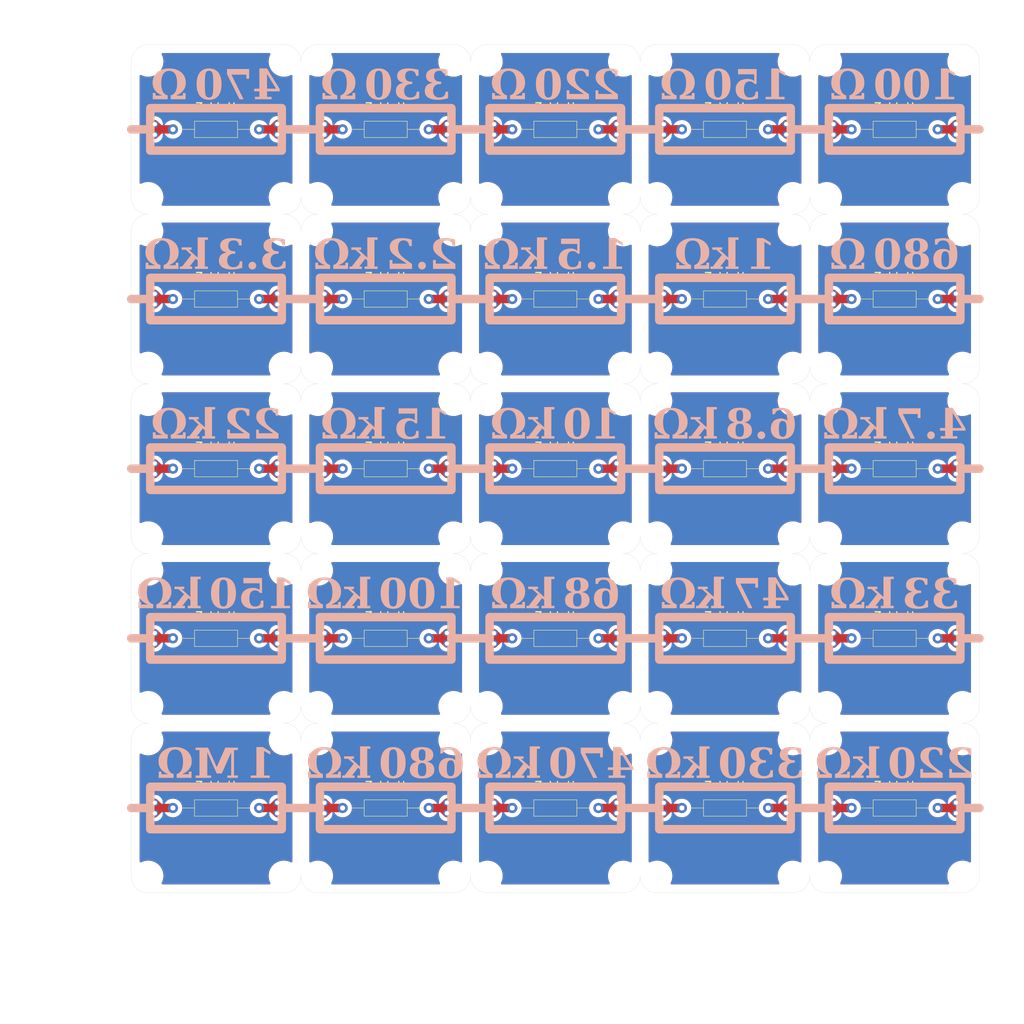
<source format=kicad_pcb>
(kicad_pcb (version 20241229) (generator "pcbnew") (generator_version "9.0")
  (layers (0 "F.Cu" signal) (2 "B.Cu" signal) (13 "F.Paste" user) (15 "B.Paste" user) (5 "F.SilkS" user "F.Silkscreen") (7 "B.SilkS" user "B.Silkscreen") (1 "F.Mask" user) (3 "B.Mask" user) (25 "Edge.Cuts" user))
  (net 0 "")
  (net 1 "NordSued")
  (net 2 "Net-(J1-Pin_1)")
  (footprint "MountingHole:MountingHole_3.2mm_M3" (layer "F.Cu") (at 4 84 -90)
    (property "Reference" "H5" (hide yes))
    (property "Value" "MH M3")
  )
  (footprint "MountingHole:MountingHole_3.2mm_M3" (layer "F.Cu") (at 44 164 -90)
    (property "Reference" "H5" (hide yes))
    (property "Value" "MH M3")
  )
  (footprint "MountingHole:MountingHole_3.2mm_M3" (layer "F.Cu") (at 84 156 -90)
    (property "Reference" "H5" (hide yes))
    (property "Value" "MH M3")
  )
  (footprint "MountingHole:MountingHole_3.2mm_M3" (layer "F.Cu") (at 76 156 -90)
    (property "Reference" "H5" (hide yes))
    (property "Value" "MH M3")
  )
  (footprint "EASYEDA2KICAD:Magentic_Connector_1x02_P2.5mm_Horizontal" (layer "F.Cu") (at 5.4875 60 180)
    (property "Reference" "J14" (hide yes))
    (property "Value" "Conn_01x02_Pin")
  )
  (footprint "EASYEDA2KICAD:Magentic_Connector_1x02_P2.5mm_Horizontal" (layer "F.Cu") (at 125.4875 140 180)
    (property "Reference" "J40" (hide yes))
    (property "Value" "Conn_01x02_Pin")
  )
  (footprint "Resistor_THT:R_Axial_DIN0411_L9.9mm_D3.6mm_P20.32mm_Horizontal" (layer "F.Cu") (at 30.16 180 180)
    (property "Reference" "R22" (hide yes))
    (property "Value" "R")
  )
  (footprint "MountingHole:MountingHole_3.2mm_M3" (layer "F.Cu") (at 44 4 -90)
    (property "Reference" "H5" (hide yes))
    (property "Value" "MH M3")
  )
  (footprint "EASYEDA2KICAD:Magentic_Connector_1x02_P2.5mm_Horizontal" (layer "F.Cu") (at 194.5125 60)
    (property "Reference" "J21" (hide yes))
    (property "Value" "Conn_01x02_Pin")
  )
  (footprint "Resistor_THT:R_Axial_DIN0411_L9.9mm_D3.6mm_P20.32mm_Horizontal" (layer "F.Cu") (at 70.16 60 180)
    (property "Reference" "R8" (hide yes))
    (property "Value" "R")
  )
  (footprint "MountingHole:MountingHole_3.2mm_M3" (layer "F.Cu") (at 164 84 -90)
    (property "Reference" "H5" (hide yes))
    (property "Value" "MH M3")
  )
  (footprint "MountingHole:MountingHole_3.2mm_M3" (layer "F.Cu") (at 4 76 -90)
    (property "Reference" "H5" (hide yes))
    (property "Value" "MH M3")
  )
  (footprint "MountingHole:MountingHole_3.2mm_M3" (layer "F.Cu") (at 76 76 -90)
    (property "Reference" "H5" (hide yes))
    (property "Value" "MH M3")
  )
  (footprint "MountingHole:MountingHole_3.2mm_M3" (layer "F.Cu") (at 196 156 -90)
    (property "Reference" "H5" (hide yes))
    (property "Value" "MH M3")
  )
  (footprint "MountingHole:MountingHole_3.2mm_M3" (layer "F.Cu") (at 76 124 -90)
    (property "Reference" "H5" (hide yes))
    (property "Value" "MH M3")
  )
  (footprint "EASYEDA2KICAD:Magentic_Connector_1x02_P2.5mm_Horizontal" (layer "F.Cu") (at 154.5125 140)
    (property "Reference" "J39" (hide yes))
    (property "Value" "Conn_01x02_Pin")
  )
  (footprint "MountingHole:MountingHole_3.2mm_M3" (layer "F.Cu") (at 36 164 -90)
    (property "Reference" "H5" (hide yes))
    (property "Value" "MH M3")
  )
  (footprint "MountingHole:MountingHole_3.2mm_M3" (layer "F.Cu") (at 84 164 -90)
    (property "Reference" "H5" (hide yes))
    (property "Value" "MH M3")
  )
  (footprint "MountingHole:MountingHole_3.2mm_M3" (layer "F.Cu") (at 116 116 -90)
    (property "Reference" "H5" (hide yes))
    (property "Value" "MH M3")
  )
  (footprint "Resistor_THT:R_Axial_DIN0411_L9.9mm_D3.6mm_P20.32mm_Horizontal" (layer "F.Cu") (at 110.16 140 180)
    (property "Reference" "R19" (hide yes))
    (property "Value" "R")
  )
  (footprint "MountingHole:MountingHole_3.2mm_M3" (layer "F.Cu") (at 76 164 -90)
    (property "Reference" "H5" (hide yes))
    (property "Value" "MH M3")
  )
  (footprint "Resistor_THT:R_Axial_DIN0411_L9.9mm_D3.6mm_P20.32mm_Horizontal" (layer "F.Cu") (at 150.16 20 180)
    (property "Reference" "R5" (hide yes))
    (property "Value" "R")
  )
  (footprint "EASYEDA2KICAD:Magentic_Connector_1x02_P2.5mm_Horizontal" (layer "F.Cu") (at 194.5125 180)
    (property "Reference" "J1" (hide yes))
    (property "Value" "Conn_01x02_Pin")
  )
  (footprint "Resistor_THT:R_Axial_DIN0411_L9.9mm_D3.6mm_P20.32mm_Horizontal" (layer "F.Cu") (at 110.16 20 180)
    (property "Reference" "R4" (hide yes))
    (property "Value" "R")
  )
  (footprint "MountingHole:MountingHole_3.2mm_M3" (layer "F.Cu") (at 36 76 -90)
    (property "Reference" "H5" (hide yes))
    (property "Value" "MH M3")
  )
  (footprint "MountingHole:MountingHole_3.2mm_M3" (layer "F.Cu") (at 116 4 -90)
    (property "Reference" "H5" (hide yes))
    (property "Value" "MH M3")
  )
  (footprint "EASYEDA2KICAD:Magentic_Connector_1x02_P2.5mm_Horizontal" (layer "F.Cu") (at 74.5125 140)
    (property "Reference" "J35" (hide yes))
    (property "Value" "Conn_01x02_Pin")
  )
  (footprint "MountingHole:MountingHole_3.2mm_M3" (layer "F.Cu") (at 164 116 -90)
    (property "Reference" "H5" (hide yes))
    (property "Value" "MH M3")
  )
  (footprint "MountingHole:MountingHole_3.2mm_M3" (layer "F.Cu") (at 124 76 -90)
    (property "Reference" "H5" (hide yes))
    (property "Value" "MH M3")
  )
  (footprint "MountingHole:MountingHole_3.2mm_M3" (layer "F.Cu") (at 116 196 -90)
    (property "Reference" "H5" (hide yes))
    (property "Value" "MH M3")
  )
  (footprint "MountingHole:MountingHole_3.2mm_M3" (layer "F.Cu") (at 124 156 -90)
    (property "Reference" "H5" (hide yes))
    (property "Value" "MH M3")
  )
  (footprint "MountingHole:MountingHole_3.2mm_M3" (layer "F.Cu") (at 116 164 -90)
    (property "Reference" "H5" (hide yes))
    (property "Value" "MH M3")
  )
  (footprint "MountingHole:MountingHole_3.2mm_M3" (layer "F.Cu") (at 116 44 -90)
    (property "Reference" "H5" (hide yes))
    (property "Value" "MH M3")
  )
  (footprint "MountingHole:MountingHole_3.2mm_M3" (layer "F.Cu") (at 76 4 -90)
    (property "Reference" "H5" (hide yes))
    (property "Value" "MH M3")
  )
  (footprint "MountingHole:MountingHole_3.2mm_M3" (layer "F.Cu") (at 196 124 -90)
    (property "Reference" "H5" (hide yes))
    (property "Value" "MH M3")
  )
  (footprint "EASYEDA2KICAD:Magentic_Connector_1x02_P2.5mm_Horizontal" (layer "F.Cu") (at 85.4875 180 180)
    (property "Reference" "J48" (hide yes))
    (property "Value" "Conn_01x02_Pin")
  )
  (footprint "MountingHole:MountingHole_3.2mm_M3" (layer "F.Cu") (at 156 36 -90)
    (property "Reference" "H5" (hide yes))
    (property "Value" "MH M3")
  )
  (footprint "EASYEDA2KICAD:Magentic_Connector_1x02_P2.5mm_Horizontal" (layer "F.Cu") (at 114.5125 140)
    (property "Reference" "J37" (hide yes))
    (property "Value" "Conn_01x02_Pin")
  )
  (footprint "MountingHole:MountingHole_3.2mm_M3" (layer "F.Cu") (at 84 196 -90)
    (property "Reference" "H5" (hide yes))
    (property "Value" "MH M3")
  )
  (footprint "MountingHole:MountingHole_3.2mm_M3" (layer "F.Cu") (at 36 156 -90)
    (property "Reference" "H5" (hide yes))
    (property "Value" "MH M3")
  )
  (footprint "MountingHole:MountingHole_3.2mm_M3" (layer "F.Cu") (at 124 116 -90)
    (property "Reference" "H5" (hide yes))
    (property "Value" "MH M3")
  )
  (footprint "Resistor_THT:R_Axial_DIN0411_L9.9mm_D3.6mm_P20.32mm_Horizontal" (layer "F.Cu") (at 70.16 20 180)
    (property "Reference" "R3" (hide yes))
    (property "Value" "R")
  )
  (footprint "MountingHole:MountingHole_3.2mm_M3" (layer "F.Cu") (at 44 76 -90)
    (property "Reference" "H5" (hide yes))
    (property "Value" "MH M3")
  )
  (footprint "EASYEDA2KICAD:Magentic_Connector_1x02_P2.5mm_Horizontal" (layer "F.Cu") (at 125.4875 60 180)
    (property "Reference" "J20" (hide yes))
    (property "Value" "Conn_01x02_Pin")
  )
  (footprint "MountingHole:MountingHole_3.2mm_M3" (layer "F.Cu") (at 36 4 -90)
    (property "Reference" "H5" (hide yes))
    (property "Value" "MH M3")
  )
  (footprint "MountingHole:MountingHole_3.2mm_M3" (layer "F.Cu") (at 116 156 -90)
    (property "Reference" "H5" (hide yes))
    (property "Value" "MH M3")
  )
  (footprint "Resistor_THT:R_Axial_DIN0411_L9.9mm_D3.6mm_P20.32mm_Horizontal" (layer "F.Cu") (at 190.16 180 180)
    (property "Reference" "R1" (hide yes))
    (property "Value" "R")
  )
  (footprint "EASYEDA2KICAD:Magentic_Connector_1x02_P2.5mm_Horizontal" (layer "F.Cu") (at 114.5125 60)
    (property "Reference" "J17" (hide yes))
    (property "Value" "Conn_01x02_Pin")
  )
  (footprint "MountingHole:MountingHole_3.2mm_M3" (layer "F.Cu") (at 84 124 -90)
    (property "Reference" "H5" (hide yes))
    (property "Value" "MH M3")
  )
  (footprint "MountingHole:MountingHole_3.2mm_M3" (layer "F.Cu") (at 196 44 -90)
    (property "Reference" "H5" (hide yes))
    (property "Value" "MH M3")
  )
  (footprint "MountingHole:MountingHole_3.2mm_M3" (layer "F.Cu") (at 36 84 -90)
    (property "Reference" "H5" (hide yes))
    (property "Value" "MH M3")
  )
  (footprint "MountingHole:MountingHole_3.2mm_M3" (layer "F.Cu") (at 4 164 -90)
    (property "Reference" "H5" (hide yes))
    (property "Value" "MH M3")
  )
  (footprint "Resistor_THT:R_Axial_DIN0411_L9.9mm_D3.6mm_P20.32mm_Horizontal" (layer "F.Cu") (at 110.16 180 180)
    (property "Reference" "R24" (hide yes))
    (property "Value" "R")
  )
  (footprint "MountingHole:MountingHole_3.2mm_M3" (layer "F.Cu") (at 164 36 -90)
    (property "Reference" "H5" (hide yes))
    (property "Value" "MH M3")
  )
  (footprint "EASYEDA2KICAD:Magentic_Connector_1x02_P2.5mm_Horizontal" (layer "F.Cu") (at 74.5125 60)
    (property "Reference" "J15" (hide yes))
    (property "Value" "Conn_01x02_Pin")
  )
  (footprint "Resistor_THT:R_Axial_DIN0411_L9.9mm_D3.6mm_P20.32mm_Horizontal" (layer "F.Cu") (at 150.16 100 180)
    (property "Reference" "R15" (hide yes))
    (property "Value" "R")
  )
  (footprint "EASYEDA2KICAD:Magentic_Connector_1x02_P2.5mm_Horizontal" (layer "F.Cu") (at 125.4875 100 180)
    (property "Reference" "J30" (hide yes))
    (property "Value" "Conn_01x02_Pin")
  )
  (footprint "MountingHole:MountingHole_3.2mm_M3" (layer "F.Cu") (at 4 116 -90)
    (property "Reference" "H5" (hide yes))
    (property "Value" "MH M3")
  )
  (footprint "Resistor_THT:R_Axial_DIN0411_L9.9mm_D3.6mm_P20.32mm_Horizontal" (layer "F.Cu") (at 110.16 100 180)
    (property "Reference" "R14" (hide yes))
    (property "Value" "R")
  )
  (footprint "EASYEDA2KICAD:Magentic_Connector_1x02_P2.5mm_Horizontal" (layer "F.Cu") (at 154.5125 180)
    (property "Reference" "J49" (hide yes))
    (property "Value" "Conn_01x02_Pin")
  )
  (footprint "EASYEDA2KICAD:Magentic_Connector_1x02_P2.5mm_Horizontal" (layer "F.Cu") (at 154.5125 20)
    (property "Reference" "J9" (hide yes))
    (property "Value" "Conn_01x02_Pin")
  )
  (footprint "MountingHole:MountingHole_3.2mm_M3" (layer "F.Cu") (at 164 124 -90)
    (property "Reference" "H5" (hide yes))
    (property "Value" "MH M3")
  )
  (footprint "MountingHole:MountingHole_3.2mm_M3" (layer "F.Cu") (at 196 116 -90)
    (property "Reference" "H5" (hide yes))
    (property "Value" "MH M3")
  )
  (footprint "MountingHole:MountingHole_3.2mm_M3" (layer "F.Cu") (at 164 164 -90)
    (property "Reference" "H5" (hide yes))
    (property "Value" "MH M3")
  )
  (footprint "MountingHole:MountingHole_3.2mm_M3" (layer "F.Cu") (at 164 156 -90)
    (property "Reference" "H5" (hide yes))
    (property "Value" "MH M3")
  )
  (footprint "MountingHole:MountingHole_3.2mm_M3" (layer "F.Cu") (at 4 36 -90)
    (property "Reference" "H5" (hide yes))
    (property "Value" "MH M3")
  )
  (footprint "EASYEDA2KICAD:Magentic_Connector_1x02_P2.5mm_Horizontal" (layer "F.Cu") (at 45.4875 140 180)
    (property "Reference" "J36" (hide yes))
    (property "Value" "Conn_01x02_Pin")
  )
  (footprint "MountingHole:MountingHole_3.2mm_M3" (layer "F.Cu") (at 76 116 -90)
    (property "Reference" "H5" (hide yes))
    (property "Value" "MH M3")
  )
  (footprint "MountingHole:MountingHole_3.2mm_M3" (layer "F.Cu") (at 124 84 -90)
    (property "Reference" "H5" (hide yes))
    (property "Value" "MH M3")
  )
  (footprint "MountingHole:MountingHole_3.2mm_M3" (layer "F.Cu") (at 76 36 -90)
    (property "Reference" "H5" (hide yes))
    (property "Value" "MH M3")
  )
  (footprint "EASYEDA2KICAD:Magentic_Connector_1x02_P2.5mm_Horizontal" (layer "F.Cu") (at 34.5125 20)
    (property "Reference" "J2" (hide yes))
    (property "Value" "Conn_01x02_Pin")
  )
  (footprint "Resistor_THT:R_Axial_DIN0411_L9.9mm_D3.6mm_P20.32mm_Horizontal" (layer "F.Cu") (at 70.16 140 180)
    (property "Reference" "R18" (hide yes))
    (property "Value" "R")
  )
  (footprint "EASYEDA2KICAD:Magentic_Connector_1x02_P2.5mm_Horizontal" (layer "F.Cu") (at 194.5125 140)
    (property "Reference" "J41" (hide yes))
    (property "Value" "Conn_01x02_Pin")
  )
  (footprint "MountingHole:MountingHole_3.2mm_M3" (layer "F.Cu") (at 124 44 -90)
    (property "Reference" "H5" (hide yes))
    (property "Value" "MH M3")
  )
  (footprint "EASYEDA2KICAD:Magentic_Connector_1x02_P2.5mm_Horizontal" (layer "F.Cu") (at 74.5125 100)
    (property "Reference" "J25" (hide yes))
    (property "Value" "Conn_01x02_Pin")
  )
  (footprint "MountingHole:MountingHole_3.2mm_M3" (layer "F.Cu") (at 36 36 -90)
    (property "Reference" "H5" (hide yes))
    (property "Value" "MH M3")
  )
  (footprint "EASYEDA2KICAD:Magentic_Connector_1x02_P2.5mm_Horizontal" (layer "F.Cu") (at 114.5125 20)
    (property "Reference" "J4" (hide yes))
    (property "Value" "Conn_01x02_Pin")
  )
  (footprint "MountingHole:MountingHole_3.2mm_M3" (layer "F.Cu") (at 164 44 -90)
    (property "Reference" "H5" (hide yes))
    (property "Value" "MH M3")
  )
  (footprint "MountingHole:MountingHole_3.2mm_M3" (layer "F.Cu") (at 124 124 -90)
    (property "Reference" "H5" (hide yes))
    (property "Value" "MH M3")
  )
  (footprint "MountingHole:MountingHole_3.2mm_M3" (layer "F.Cu") (at 124 196 -90)
    (property "Reference" "H5" (hide yes))
    (property "Value" "MH M3")
  )
  (footprint "Resistor_THT:R_Axial_DIN0411_L9.9mm_D3.6mm_P20.32mm_Horizontal" (layer "F.Cu") (at 30.16 100 180)
    (property "Reference" "R12" (hide yes))
    (property "Value" "R")
  )
  (footprint "Resistor_THT:R_Axial_DIN0411_L9.9mm_D3.6mm_P20.32mm_Horizontal" (layer "F.Cu") (at 70.16 180 180)
    (property "Reference" "R23" (hide yes))
    (property "Value" "R")
  )
  (footprint "MountingHole:MountingHole_3.2mm_M3" (layer "F.Cu") (at 4 196 -90)
    (property "Reference" "H5" (hide yes))
    (property "Value" "MH M3")
  )
  (footprint "Resistor_THT:R_Axial_DIN0411_L9.9mm_D3.6mm_P20.32mm_Horizontal" (layer "F.Cu") (at 30.16 60 180)
    (property "Reference" "R7" (hide yes))
    (property "Value" "R")
  )
  (footprint "MountingHole:MountingHole_3.2mm_M3" (layer "F.Cu") (at 156 156 -90)
    (property "Reference" "H5" (hide yes))
    (property "Value" "MH M3")
  )
  (footprint "EASYEDA2KICAD:Magentic_Connector_1x02_P2.5mm_Horizontal" (layer "F.Cu") (at 85.4875 60 180)
    (property "Reference" "J18" (hide yes))
    (property "Value" "Conn_01x02_Pin")
  )
  (footprint "MountingHole:MountingHole_3.2mm_M3" (layer "F.Cu") (at 124 4 -90)
    (property "Reference" "H5" (hide yes))
    (property "Value" "MH M3")
  )
  (footprint "Resistor_THT:R_Axial_DIN0411_L9.9mm_D3.6mm_P20.32mm_Horizontal" (layer "F.Cu") (at 70.16 100 180)
    (property "Reference" "R13" (hide yes))
    (property "Value" "R")
  )
  (footprint "MountingHole:MountingHole_3.2mm_M3" (layer "F.Cu") (at 164 76 -90)
    (property "Reference" "H5" (hide yes))
    (property "Value" "MH M3")
  )
  (footprint "EASYEDA2KICAD:Magentic_Connector_1x02_P2.5mm_Horizontal" (layer "F.Cu") (at 5.4875 180 180)
    (property "Reference" "J44" (hide yes))
    (property "Value" "Conn_01x02_Pin")
  )
  (footprint "Resistor_THT:R_Axial_DIN0411_L9.9mm_D3.6mm_P20.32mm_Horizontal" (layer "F.Cu") (at 190.16 60 180)
    (property "Reference" "R11" (hide yes))
    (property "Value" "R")
  )
  (footprint "EASYEDA2KICAD:Magentic_Connector_1x02_P2.5mm_Horizontal" (layer "F.Cu") (at 5.4875 20 180)
    (property "Reference" "J6" (hide yes))
    (property "Value" "Conn_01x02_Pin")
  )
  (footprint "MountingHole:MountingHole_3.2mm_M3" (layer "F.Cu") (at 124 164 -90)
    (property "Reference" "H5" (hide yes))
    (property "Value" "MH M3")
  )
  (footprint "MountingHole:MountingHole_3.2mm_M3" (layer "F.Cu") (at 84 84 -90)
    (property "Reference" "H5" (hide yes))
    (property "Value" "MH M3")
  )
  (footprint "MountingHole:MountingHole_3.2mm_M3" (layer "F.Cu") (at 36 124 -90)
    (property "Reference" "H5" (hide yes))
    (property "Value" "MH M3")
  )
  (footprint "EASYEDA2KICAD:Magentic_Connector_1x02_P2.5mm_Horizontal" (layer "F.Cu") (at 154.5125 100)
    (property "Reference" "J29" (hide yes))
    (property "Value" "Conn_01x02_Pin")
  )
  (footprint "MountingHole:MountingHole_3.2mm_M3" (layer "F.Cu") (at 4 124 -90)
    (property "Reference" "H5" (hide yes))
    (property "Value" "MH M3")
  )
  (footprint "MountingHole:MountingHole_3.2mm_M3" (layer "F.Cu") (at 116 76 -90)
    (property "Reference" "H5" (hide yes))
    (property "Value" "MH M3")
  )
  (footprint "MountingHole:MountingHole_3.2mm_M3" (layer "F.Cu") (at 76 44 -90)
    (property "Reference" "H5" (hide yes))
    (property "Value" "MH M3")
  )
  (footprint "MountingHole:MountingHole_3.2mm_M3" (layer "F.Cu") (at 116 84 -90)
    (property "Reference" "H5" (hide yes))
    (property "Value" "MH M3")
  )
  (footprint "EASYEDA2KICAD:Magentic_Connector_1x02_P2.5mm_Horizontal" (layer "F.Cu") (at 34.5125 100)
    (property "Reference" "J23" (hide yes))
    (property "Value" "Conn_01x02_Pin")
  )
  (footprint "MountingHole:MountingHole_3.2mm_M3" (layer "F.Cu") (at 156 116 -90)
    (property "Reference" "H5" (hide yes))
    (property "Value" "MH M3")
  )
  (footprint "Resistor_THT:R_Axial_DIN0411_L9.9mm_D3.6mm_P20.32mm_Horizontal" (layer "F.Cu") (at 150.16 140 180)
    (property "Reference" "R20" (hide yes))
    (property "Value" "R")
  )
  (footprint "MountingHole:MountingHole_3.2mm_M3" (layer "F.Cu") (at 4 44 -90)
    (property "Reference" "H5" (hide yes))
    (property "Value" "MH M3")
  )
  (footprint "MountingHole:MountingHole_3.2mm_M3" (layer "F.Cu") (at 76 84 -90)
    (property "Reference" "H5" (hide yes))
    (property "Value" "MH M3")
  )
  (footprint "EASYEDA2KICAD:Magentic_Connector_1x02_P2.5mm_Horizontal" (layer "F.Cu") (at 45.4875 60 180)
    (property "Reference" "J16" (hide yes))
    (property "Value" "Conn_01x02_Pin")
  )
  (footprint "MountingHole:MountingHole_3.2mm_M3" (layer "F.Cu") (at 156 76 -90)
    (property "Reference" "H5" (hide yes))
    (property "Value" "MH M3")
  )
  (footprint "EASYEDA2KICAD:Magentic_Connector_1x02_P2.5mm_Horizontal" (layer "F.Cu") (at 34.5125 60)
    (property "Reference" "J13" (hide yes))
    (property "Value" "Conn_01x02_Pin")
  )
  (footprint "MountingHole:MountingHole_3.2mm_M3" (layer "F.Cu") (at 44 116 -90)
    (property "Reference" "H5" (hide yes))
    (property "Value" "MH M3")
  )
  (footprint "MountingHole:MountingHole_3.2mm_M3" (layer "F.Cu") (at 196 4 -90)
    (property "Reference" "H5" (hide yes))
    (property "Value" "MH M3")
  )
  (footprint "MountingHole:MountingHole_3.2mm_M3" (layer "F.Cu") (at 4 156 -90)
    (property "Reference" "H5" (hide yes))
    (property "Value" "MH M3")
  )
  (footprint "EASYEDA2KICAD:Magentic_Connector_1x02_P2.5mm_Horizontal" (layer "F.Cu") (at 45.4875 20 180)
    (property "Reference" "J7" (hide yes))
    (property "Value" "Conn_01x02_Pin")
  )
  (footprint "Resistor_THT:R_Axial_DIN0411_L9.9mm_D3.6mm_P20.32mm_Horizontal" (layer "F.Cu") (at 190.16 20 180)
    (property "Reference" "R6" (hide yes))
    (property "Value" "R")
  )
  (footprint "MountingHole:MountingHole_3.2mm_M3" (layer "F.Cu") (at 156 164 -90)
    (property "Reference" "H5" (hide yes))
    (property "Value" "MH M3")
  )
  (footprint "MountingHole:MountingHole_3.2mm_M3" (layer "F.Cu") (at 116 124 -90)
    (property "Reference" "H5" (hide yes))
    (property "Value" "MH M3")
  )
  (footprint "MountingHole:MountingHole_3.2mm_M3" (layer "F.Cu") (at 196 84 -90)
    (property "Reference" "H5" (hide yes))
    (property "Value" "MH M3")
  )
  (footprint "MountingHole:MountingHole_3.2mm_M3" (layer "F.Cu") (at 84 116 -90)
    (property "Reference" "H5" (hide yes))
    (property "Value" "MH M3")
  )
  (footprint "Resistor_THT:R_Axial_DIN0411_L9.9mm_D3.6mm_P20.32mm_Horizontal" (layer "F.Cu") (at 190.16 140 180)
    (property "Reference" "R21" (hide yes))
    (property "Value" "R")
  )
  (footprint "MountingHole:MountingHole_3.2mm_M3" (layer "F.Cu") (at 196 196 -90)
    (property "Reference" "H5" (hide yes))
    (property "Value" "MH M3")
  )
  (footprint "MountingHole:MountingHole_3.2mm_M3" (layer "F.Cu") (at 156 196 -90)
    (property "Reference" "H5" (hide yes))
    (property "Value" "MH M3")
  )
  (footprint "MountingHole:MountingHole_3.2mm_M3" (layer "F.Cu") (at 164 4 -90)
    (property "Reference" "H5" (hide yes))
    (property "Value" "MH M3")
  )
  (footprint "MountingHole:MountingHole_3.2mm_M3" (layer "F.Cu") (at 196 36 -90)
    (property "Reference" "H5" (hide yes))
    (property "Value" "MH M3")
  )
  (footprint "MountingHole:MountingHole_3.2mm_M3" (layer "F.Cu") (at 4 4 -90)
    (property "Reference" "H5" (hide yes))
    (property "Value" "MH M3")
  )
  (footprint "MountingHole:MountingHole_3.2mm_M3" (layer "F.Cu") (at 196 164 -90)
    (property "Reference" "H5" (hide yes))
    (property "Value" "MH M3")
  )
  (footprint "MountingHole:MountingHole_3.2mm_M3" (layer "F.Cu") (at 44 44 -90)
    (property "Reference" "H5" (hide yes))
    (property "Value" "MH M3")
  )
  (footprint "MountingHole:MountingHole_3.2mm_M3" (layer "F.Cu") (at 44 196 -90)
    (property "Reference" "H5" (hide yes))
    (property "Value" "MH M3")
  )
  (footprint "MountingHole:MountingHole_3.2mm_M3" (layer "F.Cu") (at 84 76 -90)
    (property "Reference" "H5" (hide yes))
    (property "Value" "MH M3")
  )
  (footprint "EASYEDA2KICAD:Magentic_Connector_1x02_P2.5mm_Horizontal" (layer "F.Cu") (at 114.5125 100)
    (property "Reference" "J27" (hide yes))
    (property "Value" "Conn_01x02_Pin")
  )
  (footprint "EASYEDA2KICAD:Magentic_Connector_1x02_P2.5mm_Horizontal" (layer "F.Cu") (at 5.4875 140 180)
    (property "Reference" "J34" (hide yes))
    (property "Value" "Conn_01x02_Pin")
  )
  (footprint "EASYEDA2KICAD:Magentic_Connector_1x02_P2.5mm_Horizontal" (layer "F.Cu") (at 45.4875 100 180)
    (property "Reference" "J26" (hide yes))
    (property "Value" "Conn_01x02_Pin")
  )
  (footprint "EASYEDA2KICAD:Magentic_Connector_1x02_P2.5mm_Horizontal" (layer "F.Cu") (at 154.5125 60)
    (property "Reference" "J19" (hide yes))
    (property "Value" "Conn_01x02_Pin")
  )
  (footprint "Resistor_THT:R_Axial_DIN0411_L9.9mm_D3.6mm_P20.32mm_Horizontal" (layer "F.Cu") (at 30.16 140 180)
    (property "Reference" "R17" (hide yes))
    (property "Value" "R")
  )
  (footprint "MountingHole:MountingHole_3.2mm_M3" (layer "F.Cu") (at 164 196 -90)
    (property "Reference" "H5" (hide yes))
    (property "Value" "MH M3")
  )
  (footprint "MountingHole:MountingHole_3.2mm_M3" (layer "F.Cu") (at 44 84 -90)
    (property "Reference" "H5" (hide yes))
    (property "Value" "MH M3")
  )
  (footprint "Resistor_THT:R_Axial_DIN0411_L9.9mm_D3.6mm_P20.32mm_Horizontal" (layer "F.Cu") (at 30.16 20 180)
    (property "Reference" "R2" (hide yes))
    (property "Value" "R")
  )
  (footprint "EASYEDA2KICAD:Magentic_Connector_1x02_P2.5mm_Horizontal" (layer "F.Cu") (at 165.4875 100 180)
    (property "Reference" "J32" (hide yes))
    (property "Value" "Conn_01x02_Pin")
  )
  (footprint "EASYEDA2KICAD:Magentic_Connector_1x02_P2.5mm_Horizontal" (layer "F.Cu") (at 165.4875 60 180)
    (property "Reference" "J22" (hide yes))
    (property "Value" "Conn_01x02_Pin")
  )
  (footprint "EASYEDA2KICAD:Magentic_Connector_1x02_P2.5mm_Horizontal" (layer "F.Cu") (at 125.4875 20 180)
    (property "Reference" "J10" (hide yes))
    (property "Value" "Conn_01x02_Pin")
  )
  (footprint "EASYEDA2KICAD:Magentic_Connector_1x02_P2.5mm_Horizontal" (layer "F.Cu") (at 165.4875 180 180)
    (property "Reference" "J5" (hide yes))
    (property "Value" "Conn_01x02_Pin")
  )
  (footprint "MountingHole:MountingHole_3.2mm_M3" (layer "F.Cu") (at 44 124 -90)
    (property "Reference" "H5" (hide yes))
    (property "Value" "MH M3")
  )
  (footprint "MountingHole:MountingHole_3.2mm_M3" (layer "F.Cu") (at 196 76 -90)
    (property "Reference" "H5" (hide yes))
    (property "Value" "MH M3")
  )
  (footprint "EASYEDA2KICAD:Magentic_Connector_1x02_P2.5mm_Horizontal" (layer "F.Cu") (at 5.4875 100 180)
    (property "Reference" "J24" (hide yes))
    (property "Value" "Conn_01x02_Pin")
  )
  (footprint "MountingHole:MountingHole_3.2mm_M3" (layer "F.Cu") (at 156 84 -90)
    (property "Reference" "H5" (hide yes))
    (property "Value" "MH M3")
  )
  (footprint "EASYEDA2KICAD:Magentic_Connector_1x02_P2.5mm_Horizontal" (layer "F.Cu") (at 74.5125 180)
    (property "Reference" "J45" (hide yes))
    (property "Value" "Conn_01x02_Pin")
  )
  (footprint "MountingHole:MountingHole_3.2mm_M3" (layer "F.Cu") (at 156 44 -90)
    (property "Reference" "H5" (hide yes))
    (property "Value" "MH M3")
  )
  (footprint "EASYEDA2KICAD:Magentic_Connector_1x02_P2.5mm_Horizontal" (layer "F.Cu") (at 114.5125 180)
    (property "Reference" "J47" (hide yes))
    (property "Value" "Conn_01x02_Pin")
  )
  (footprint "MountingHole:MountingHole_3.2mm_M3" (layer "F.Cu") (at 84 44 -90)
    (property "Reference" "H5" (hide yes))
    (property "Value" "MH M3")
  )
  (footprint "MountingHole:MountingHole_3.2mm_M3" (layer "F.Cu") (at 36 196 -90)
    (property "Reference" "H5" (hide yes))
    (property "Value" "MH M3")
  )
  (footprint "EASYEDA2KICAD:Magentic_Connector_1x02_P2.5mm_Horizontal" (layer "F.Cu") (at 85.4875 100 180)
    (property "Reference" "J28" (hide yes))
    (property "Value" "Conn_01x02_Pin")
  )
  (footprint "MountingHole:MountingHole_3.2mm_M3" (layer "F.Cu") (at 84 36 -90)
    (property "Reference" "H5" (hide yes))
    (property "Value" "MH M3")
  )
  (footprint "MountingHole:MountingHole_3.2mm_M3" (layer "F.Cu") (at 156 4 -90)
    (property "Reference" "H5" (hide yes))
    (property "Value" "MH M3")
  )
  (footprint "EASYEDA2KICAD:Magentic_Connector_1x02_P2.5mm_Horizontal" (layer "F.Cu") (at 34.5125 180)
    (property "Reference" "J43" (hide yes))
    (property "Value" "Conn_01x02_Pin")
  )
  (footprint "EASYEDA2KICAD:Magentic_Connector_1x02_P2.5mm_Horizontal" (layer "F.Cu") (at 85.4875 140 180)
    (property "Reference" "J38" (hide yes))
    (property "Value" "Conn_01x02_Pin")
  )
  (footprint "EASYEDA2KICAD:Magentic_Connector_1x02_P2.5mm_Horizontal" (layer "F.Cu") (at 34.5125 140)
    (property "Reference" "J33" (hide yes))
    (property "Value" "Conn_01x02_Pin")
  )
  (footprint "MountingHole:MountingHole_3.2mm_M3" (layer "F.Cu") (at 44 156 -90)
    (property "Reference" "H5" (hide yes))
    (property "Value" "MH M3")
  )
  (footprint "MountingHole:MountingHole_3.2mm_M3" (layer "F.Cu") (at 84 4 -90)
    (property "Reference" "H5" (hide yes))
    (property "Value" "MH M3")
  )
  (footprint "MountingHole:MountingHole_3.2mm_M3" (layer "F.Cu") (at 36 116 -90)
    (property "Reference" "H5" (hide yes))
    (property "Value" "MH M3")
  )
  (footprint "EASYEDA2KICAD:Magentic_Connector_1x02_P2.5mm_Horizontal" (layer "F.Cu") (at 165.4875 20 180)
    (property "Reference" "J12" (hide yes))
    (property "Value" "Conn_01x02_Pin")
  )
  (footprint "MountingHole:MountingHole_3.2mm_M3" (layer "F.Cu") (at 116 36 -90)
    (property "Reference" "H5" (hide yes))
    (property "Value" "MH M3")
  )
  (footprint "Resistor_THT:R_Axial_DIN0411_L9.9mm_D3.6mm_P20.32mm_Horizontal" (layer "F.Cu") (at 150.16 60 180)
    (property "Reference" "R10" (hide yes))
    (property "Value" "R")
  )
  (footprint "MountingHole:MountingHole_3.2mm_M3" (layer "F.Cu") (at 124 36 -90)
    (property "Reference" "H5" (hide yes))
    (property "Value" "MH M3")
  )
  (footprint "EASYEDA2KICAD:Magentic_Connector_1x02_P2.5mm_Horizontal" (layer "F.Cu") (at 165.4875 140 180)
    (property "Reference" "J42" (hide yes))
    (property "Value" "Conn_01x02_Pin")
  )
  (footprint "MountingHole:MountingHole_3.2mm_M3" (layer "F.Cu") (at 156 124 -90)
    (property "Reference" "H5" (hide yes))
    (property "Value" "MH M3")
  )
  (footprint "EASYEDA2KICAD:Magentic_Connector_1x02_P2.5mm_Horizontal" (layer "F.Cu") (at 45.4875 180 180)
    (property "Reference" "J46" (hide yes))
    (property "Value" "Conn_01x02_Pin")
  )
  (footprint "EASYEDA2KICAD:Magentic_Connector_1x02_P2.5mm_Horizontal" (layer "F.Cu") (at 194.5125 100)
    (property "Reference" "J31" (hide yes))
    (property "Value" "Conn_01x02_Pin")
  )
  (footprint "MountingHole:MountingHole_3.2mm_M3" (layer "F.Cu") (at 76 196 -90)
    (property "Reference" "H5" (hide yes))
    (property "Value" "MH M3")
  )
  (footprint "Resistor_THT:R_Axial_DIN0411_L9.9mm_D3.6mm_P20.32mm_Horizontal" (layer "F.Cu") (at 110.16 60 180)
    (property "Reference" "R9" (hide yes))
    (property "Value" "R")
  )
  (footprint "EASYEDA2KICAD:Magentic_Connector_1x02_P2.5mm_Horizontal" (layer "F.Cu") (at 125.4875 180 180)
    (property "Reference" "J50" (hide yes))
    (property "Value" "Conn_01x02_Pin")
  )
  (footprint "EASYEDA2KICAD:Magentic_Connector_1x02_P2.5mm_Horizontal" (layer "F.Cu") (at 194.5125 20)
    (property "Reference" "J11" (hide yes))
    (property "Value" "Conn_01x02_Pin")
  )
  (footprint "EASYEDA2KICAD:Magentic_Connector_1x02_P2.5mm_Horizontal" (layer "F.Cu") (at 85.4875 20 180)
    (property "Reference" "J8" (hide yes))
    (property "Value" "Conn_01x02_Pin")
  )
  (footprint "EASYEDA2KICAD:Magentic_Connector_1x02_P2.5mm_Horizontal" (layer "F.Cu") (at 74.5125 20)
    (property "Reference" "J3" (hide yes))
    (property "Value" "Conn_01x02_Pin")
  )
  (footprint "Resistor_THT:R_Axial_DIN0411_L9.9mm_D3.6mm_P20.32mm_Horizontal" (layer "F.Cu") (at 190.16 100 180)
    (property "Reference" "R16" (hide yes))
    (property "Value" "R")
  )
  (footprint "MountingHole:MountingHole_3.2mm_M3" (layer "F.Cu") (at 36 44 -90)
    (property "Reference" "H5" (hide yes))
    (property "Value" "MH M3")
  )
  (footprint "Resistor_THT:R_Axial_DIN0411_L9.9mm_D3.6mm_P20.32mm_Horizontal" (layer "F.Cu") (at 150.16 180 180)
    (property "Reference" "R25" (hide yes))
    (property "Value" "R")
  )
  (footprint "MountingHole:MountingHole_3.2mm_M3" (layer "F.Cu") (at 44 36 -90)
    (property "Reference" "H5" (hide yes))
    (property "Value" "MH M3")
  )
  (gr_line (start 160 180) (end 155.5 180) (stroke (width 2)) (layer "B.SilkS"))
  (gr_line (start 124.5 180) (end 120 180) (stroke (width 2)) (layer "B.SilkS"))
  (gr_rect (start 4.5 135) (end 35.5 145) (stroke (width 2)) (fill no) (layer "B.SilkS"))
  (gr_rect (start 124.5 55) (end 155.5 65) (stroke (width 2)) (fill no) (layer "B.SilkS"))
  (gr_line (start 84.5 20) (end 80 20) (stroke (width 2)) (layer "B.SilkS"))
  (gr_line (start 124.5 60) (end 120 60) (stroke (width 2)) (layer "B.SilkS"))
  (gr_rect (start 164.5 135) (end 195.5 145) (stroke (width 2)) (fill no) (layer "B.SilkS"))
  (gr_line (start 4.5 140) (end 0 140) (stroke (width 2)) (layer "B.SilkS"))
  (gr_line (start 40 60) (end 35.5 60) (stroke (width 2)) (layer "B.SilkS"))
  (gr_line (start 80 140) (end 75.5 140) (stroke (width 2)) (layer "B.SilkS"))
  (gr_line (start 4.5 20) (end 0 20) (stroke (width 2)) (layer "B.SilkS"))
  (gr_rect (start 164.5 95) (end 195.5 105) (stroke (width 2)) (fill no) (layer "B.SilkS"))
  (gr_rect (start 84.5 15) (end 115.5 25) (stroke (width 2)) (fill no) (layer "B.SilkS"))
  (gr_rect (start 164.5 15) (end 195.5 25) (stroke (width 2)) (fill no) (layer "B.SilkS"))
  (gr_line (start 84.5 60) (end 80 60) (stroke (width 2)) (layer "B.SilkS"))
  (gr_line (start 44.5 60) (end 40 60) (stroke (width 2)) (layer "B.SilkS"))
  (gr_line (start 164.5 100) (end 160 100) (stroke (width 2)) (layer "B.SilkS"))
  (gr_rect (start 164.5 175) (end 195.5 185) (stroke (width 2)) (fill no) (layer "B.SilkS"))
  (gr_rect (start 44.5 55) (end 75.5 65) (stroke (width 2)) (fill no) (layer "B.SilkS"))
  (gr_rect (start 84.5 175) (end 115.5 185) (stroke (width 2)) (fill no) (layer "B.SilkS"))
  (gr_line (start 160 20) (end 155.5 20) (stroke (width 2)) (layer "B.SilkS"))
  (gr_line (start 44.5 20) (end 40 20) (stroke (width 2)) (layer "B.SilkS"))
  (gr_line (start 200 140) (end 195.5 140) (stroke (width 2)) (layer "B.SilkS"))
  (gr_line (start 124.5 20) (end 120 20) (stroke (width 2)) (layer "B.SilkS"))
  (gr_rect (start 84.5 55) (end 115.5 65) (stroke (width 2)) (fill no) (layer "B.SilkS"))
  (gr_rect (start 84.5 95) (end 115.5 105) (stroke (width 2)) (fill no) (layer "B.SilkS"))
  (gr_line (start 120 20) (end 115.5 20) (stroke (width 2)) (layer "B.SilkS"))
  (gr_rect (start 44.5 15) (end 75.5 25) (stroke (width 2)) (fill no) (layer "B.SilkS"))
  (gr_line (start 200 100) (end 195.5 100) (stroke (width 2)) (layer "B.SilkS"))
  (gr_rect (start 44.5 175) (end 75.5 185) (stroke (width 2)) (fill no) (layer "B.SilkS"))
  (gr_line (start 124.5 100) (end 120 100) (stroke (width 2)) (layer "B.SilkS"))
  (gr_line (start 80 20) (end 75.5 20) (stroke (width 2)) (layer "B.SilkS"))
  (gr_line (start 4.5 100) (end 0 100) (stroke (width 2)) (layer "B.SilkS"))
  (gr_line (start 124.5 140) (end 120 140) (stroke (width 2)) (layer "B.SilkS"))
  (gr_rect (start 44.5 95) (end 75.5 105) (stroke (width 2)) (fill no) (layer "B.SilkS"))
  (gr_rect (start 124.5 15) (end 155.5 25) (stroke (width 2)) (fill no) (layer "B.SilkS"))
  (gr_rect (start 44.5 135) (end 75.5 145) (stroke (width 2)) (fill no) (layer "B.SilkS"))
  (gr_rect (start 4.5 95) (end 35.5 105) (stroke (width 2)) (fill no) (layer "B.SilkS"))
  (gr_rect (start 124.5 135) (end 155.5 145) (stroke (width 2)) (fill no) (layer "B.SilkS"))
  (gr_line (start 120 60) (end 115.5 60) (stroke (width 2)) (layer "B.SilkS"))
  (gr_rect (start 4.5 175) (end 35.5 185) (stroke (width 2)) (fill no) (layer "B.SilkS"))
  (gr_line (start 120 140) (end 115.5 140) (stroke (width 2)) (layer "B.SilkS"))
  (gr_rect (start 164.5 55) (end 195.5 65) (stroke (width 2)) (fill no) (layer "B.SilkS"))
  (gr_line (start 160 100) (end 155.5 100) (stroke (width 2)) (layer "B.SilkS"))
  (gr_line (start 120 180) (end 115.5 180) (stroke (width 2)) (layer "B.SilkS"))
  (gr_line (start 84.5 180) (end 80 180) (stroke (width 2)) (layer "B.SilkS"))
  (gr_line (start 160 140) (end 155.5 140) (stroke (width 2)) (layer "B.SilkS"))
  (gr_line (start 80 180) (end 75.5 180) (stroke (width 2)) (layer "B.SilkS"))
  (gr_line (start 84.5 100) (end 80 100) (stroke (width 2)) (layer "B.SilkS"))
  (gr_line (start 160 60) (end 155.5 60) (stroke (width 2)) (layer "B.SilkS"))
  (gr_line (start 40 180) (end 35.5 180) (stroke (width 2)) (layer "B.SilkS"))
  (gr_line (start 200 20) (end 195.5 20) (stroke (width 2)) (layer "B.SilkS"))
  (gr_rect (start 84.5 135) (end 115.5 145) (stroke (width 2)) (fill no) (layer "B.SilkS"))
  (gr_line (start 4.5 60) (end 0 60) (stroke (width 2)) (layer "B.SilkS"))
  (gr_line (start 200 60) (end 195.5 60) (stroke (width 2)) (layer "B.SilkS"))
  (gr_line (start 164.5 20) (end 160 20) (stroke (width 2)) (layer "B.SilkS"))
  (gr_line (start 164.5 140) (end 160 140) (stroke (width 2)) (layer "B.SilkS"))
  (gr_line (start 4.5 180) (end 0 180) (stroke (width 2)) (layer "B.SilkS"))
  (gr_rect (start 4.5 15) (end 35.5 25) (stroke (width 2)) (fill no) (layer "B.SilkS"))
  (gr_line (start 44.5 180) (end 40 180) (stroke (width 2)) (layer "B.SilkS"))
  (gr_line (start 40 100) (end 35.5 100) (stroke (width 2)) (layer "B.SilkS"))
  (gr_line (start 120 100) (end 115.5 100) (stroke (width 2)) (layer "B.SilkS"))
  (gr_line (start 164.5 60) (end 160 60) (stroke (width 2)) (layer "B.SilkS"))
  (gr_rect (start 4.5 55) (end 35.5 65) (stroke (width 2)) (fill no) (layer "B.SilkS"))
  (gr_line (start 80 60) (end 75.5 60) (stroke (width 2)) (layer "B.SilkS"))
  (gr_line (start 200 180) (end 195.5 180) (stroke (width 2)) (layer "B.SilkS"))
  (gr_line (start 44.5 100) (end 40 100) (stroke (width 2)) (layer "B.SilkS"))
  (gr_line (start 164.5 180) (end 160 180) (stroke (width 2)) (layer "B.SilkS"))
  (gr_line (start 40 20) (end 35.5 20) (stroke (width 2)) (layer "B.SilkS"))
  (gr_line (start 80 100) (end 75.5 100) (stroke (width 2)) (layer "B.SilkS"))
  (gr_rect (start 124.5 175) (end 155.5 185) (stroke (width 2)) (fill no) (layer "B.SilkS"))
  (gr_line (start 40 140) (end 35.5 140) (stroke (width 2)) (layer "B.SilkS"))
  (gr_line (start 84.5 140) (end 80 140) (stroke (width 2)) (layer "B.SilkS"))
  (gr_line (start 44.5 140) (end 40 140) (stroke (width 2)) (layer "B.SilkS"))
  (gr_rect (start 124.5 95) (end 155.5 105) (stroke (width 2)) (fill no) (layer "B.SilkS"))
  (gr_arc (start 160 76) (mid 158.828427 78.828427) (end 156 80) (stroke (width 0.05)) (layer "Edge.Cuts"))
  (gr_arc (start 44 40) (mid 41.171573 38.828427) (end 40 36) (stroke (width 0.05)) (layer "Edge.Cuts"))
  (gr_arc (start 160 36) (mid 158.828427 38.828427) (end 156 40) (stroke (width 0.05)) (layer "Edge.Cuts"))
  (gr_arc (start 164 120) (mid 161.171573 118.828427) (end 160 116) (stroke (width 0.05)) (layer "Edge.Cuts"))
  (gr_line (start 200 36) (end 200 4) (stroke (width 0.05)) (layer "Edge.Cuts"))
  (gr_line (start 0 164) (end 0 196) (stroke (width 0.05)) (layer "Edge.Cuts"))
  (gr_arc (start 0 4) (mid 1.171573 1.171573) (end 4 0) (stroke (width 0.05)) (layer "Edge.Cuts"))
  (gr_arc (start 196 0) (mid 198.828427 1.171573) (end 200 4) (stroke (width 0.05)) (layer "Edge.Cuts"))
  (gr_arc (start 160 196) (mid 158.828427 198.828427) (end 156 200) (stroke (width 0.05)) (layer "Edge.Cuts"))
  (gr_line (start 200 156) (end 200 124) (stroke (width 0.05)) (layer "Edge.Cuts"))
  (gr_arc (start 84 40) (mid 81.171573 38.828427) (end 80 36) (stroke (width 0.05)) (layer "Edge.Cuts"))
  (gr_line (start 200 116) (end 200 84) (stroke (width 0.05)) (layer "Edge.Cuts"))
  (gr_arc (start 124 40) (mid 121.171573 38.828427) (end 120 36) (stroke (width 0.05)) (layer "Edge.Cuts"))
  (gr_line (start 116 0) (end 84 0) (stroke (width 0.05)) (layer "Edge.Cuts"))
  (gr_arc (start 156 120) (mid 158.828427 121.171573) (end 160 124) (stroke (width 0.05)) (layer "Edge.Cuts"))
  (gr_arc (start 40 4) (mid 41.171573 1.171573) (end 44 0) (stroke (width 0.05)) (layer "Edge.Cuts"))
  (gr_arc (start 160 164) (mid 161.171573 161.171573) (end 164 160) (stroke (width 0.05)) (layer "Edge.Cuts"))
  (gr_arc (start 80 36) (mid 78.828427 38.828427) (end 76 40) (stroke (width 0.05)) (layer "Edge.Cuts"))
  (gr_arc (start 80 116) (mid 78.828427 118.828427) (end 76 120) (stroke (width 0.05)) (layer "Edge.Cuts"))
  (gr_arc (start 84 120) (mid 81.171573 118.828427) (end 80 116) (stroke (width 0.05)) (layer "Edge.Cuts"))
  (gr_arc (start 80 4) (mid 81.171573 1.171573) (end 84 0) (stroke (width 0.05)) (layer "Edge.Cuts"))
  (gr_arc (start 4 160) (mid 1.171573 158.828427) (end 0 156) (stroke (width 0.05)) (layer "Edge.Cuts"))
  (gr_arc (start 120 156) (mid 118.828427 158.828427) (end 116 160) (stroke (width 0.05)) (layer "Edge.Cuts"))
  (gr_arc (start 120 124) (mid 121.171573 121.171573) (end 124 120) (stroke (width 0.05)) (layer "Edge.Cuts"))
  (gr_arc (start 80 124) (mid 81.171573 121.171573) (end 84 120) (stroke (width 0.05)) (layer "Edge.Cuts"))
  (gr_arc (start 196 120) (mid 198.828427 121.171573) (end 200 124) (stroke (width 0.05)) (layer "Edge.Cuts"))
  (gr_arc (start 116 40) (mid 118.828427 41.171573) (end 120 44) (stroke (width 0.05)) (layer "Edge.Cuts"))
  (gr_arc (start 164 40) (mid 161.171573 38.828427) (end 160 36) (stroke (width 0.05)) (layer "Edge.Cuts"))
  (gr_arc (start 76 120) (mid 78.828427 121.171573) (end 80 124) (stroke (width 0.05)) (layer "Edge.Cuts"))
  (gr_arc (start 120 4) (mid 121.171573 1.171573) (end 124 0) (stroke (width 0.05)) (layer "Edge.Cuts"))
  (gr_arc (start 0 44) (mid 1.171573 41.171573) (end 4 40) (stroke (width 0.05)) (layer "Edge.Cuts"))
  (gr_line (start 36 0) (end 4 0) (stroke (width 0.05)) (layer "Edge.Cuts"))
  (gr_arc (start 196 40) (mid 198.828427 41.171573) (end 200 44) (stroke (width 0.05)) (layer "Edge.Cuts"))
  (gr_line (start 0 4) (end 0 36) (stroke (width 0.05)) (layer "Edge.Cuts"))
  (gr_arc (start 84 80) (mid 81.171573 78.828427) (end 80 76) (stroke (width 0.05)) (layer "Edge.Cuts"))
  (gr_arc (start 160 44) (mid 161.171573 41.171573) (end 164 40) (stroke (width 0.05)) (layer "Edge.Cuts"))
  (gr_arc (start 116 0) (mid 118.828427 1.171573) (end 120 4) (stroke (width 0.05)) (layer "Edge.Cuts"))
  (gr_arc (start 40 156) (mid 38.828427 158.828427) (end 36 160) (stroke (width 0.05)) (layer "Edge.Cuts"))
  (gr_arc (start 40 124) (mid 41.171573 121.171573) (end 44 120) (stroke (width 0.05)) (layer "Edge.Cuts"))
  (gr_line (start 196 0) (end 164 0) (stroke (width 0.05)) (layer "Edge.Cuts"))
  (gr_arc (start 80 164) (mid 81.171573 161.171573) (end 84 160) (stroke (width 0.05)) (layer "Edge.Cuts"))
  (gr_arc (start 40 196) (mid 38.828427 198.828427) (end 36 200) (stroke (width 0.05)) (layer "Edge.Cuts"))
  (gr_arc (start 36 40) (mid 38.828427 41.171573) (end 40 44) (stroke (width 0.05)) (layer "Edge.Cuts"))
  (gr_arc (start 116 160) (mid 118.828427 161.171573) (end 120 164) (stroke (width 0.05)) (layer "Edge.Cuts"))
  (gr_line (start 4 200) (end 36 200) (stroke (width 0.05)) (layer "Edge.Cuts"))
  (gr_arc (start 120 116) (mid 118.828427 118.828427) (end 116 120) (stroke (width 0.05)) (layer "Edge.Cuts"))
  (gr_line (start 164 200) (end 196 200) (stroke (width 0.05)) (layer "Edge.Cuts"))
  (gr_arc (start 80 196) (mid 78.828427 198.828427) (end 76 200) (stroke (width 0.05)) (layer "Edge.Cuts"))
  (gr_arc (start 156 80) (mid 158.828427 81.171573) (end 160 84) (stroke (width 0.05)) (layer "Edge.Cuts"))
  (gr_arc (start 124 160) (mid 121.171573 158.828427) (end 120 156) (stroke (width 0.05)) (layer "Edge.Cuts"))
  (gr_arc (start 40 116) (mid 38.828427 118.828427) (end 36 120) (stroke (width 0.05)) (layer "Edge.Cuts"))
  (gr_line (start 156 0) (end 124 0) (stroke (width 0.05)) (layer "Edge.Cuts"))
  (gr_arc (start 160 156) (mid 158.828427 158.828427) (end 156 160) (stroke (width 0.05)) (layer "Edge.Cuts"))
  (gr_arc (start 120 164) (mid 121.171573 161.171573) (end 124 160) (stroke (width 0.05)) (layer "Edge.Cuts"))
  (gr_arc (start 40 164) (mid 41.171573 161.171573) (end 44 160) (stroke (width 0.05)) (layer "Edge.Cuts"))
  (gr_line (start 200 76) (end 200 44) (stroke (width 0.05)) (layer "Edge.Cuts"))
  (gr_line (start 44 200) (end 76 200) (stroke (width 0.05)) (layer "Edge.Cuts"))
  (gr_arc (start 40 84) (mid 41.171573 81.171573) (end 44 80) (stroke (width 0.05)) (layer "Edge.Cuts"))
  (gr_arc (start 200 36) (mid 198.828427 38.828427) (end 196 40) (stroke (width 0.05)) (layer "Edge.Cuts"))
  (gr_arc (start 36 0) (mid 38.828427 1.171573) (end 40 4) (stroke (width 0.05)) (layer "Edge.Cuts"))
  (gr_arc (start 196 160) (mid 198.828427 161.171573) (end 200 164) (stroke (width 0.05)) (layer "Edge.Cuts"))
  (gr_arc (start 124 120) (mid 121.171573 118.828427) (end 120 116) (stroke (width 0.05)) (layer "Edge.Cuts"))
  (gr_arc (start 80 156) (mid 78.828427 158.828427) (end 76 160) (stroke (width 0.05)) (layer "Edge.Cuts"))
  (gr_arc (start 120 76) (mid 118.828427 78.828427) (end 116 80) (stroke (width 0.05)) (layer "Edge.Cuts"))
  (gr_line (start 0 84) (end 0 116) (stroke (width 0.05)) (layer "Edge.Cuts"))
  (gr_arc (start 200 196) (mid 198.828427 198.828427) (end 196 200) (stroke (width 0.05)) (layer "Edge.Cuts"))
  (gr_arc (start 120 196) (mid 118.828427 198.828427) (end 116 200) (stroke (width 0.05)) (layer "Edge.Cuts"))
  (gr_arc (start 36 80) (mid 38.828427 81.171573) (end 40 84) (stroke (width 0.05)) (layer "Edge.Cuts"))
  (gr_line (start 0 44) (end 0 76) (stroke (width 0.05)) (layer "Edge.Cuts"))
  (gr_arc (start 124 200) (mid 121.171573 198.828427) (end 120 196) (stroke (width 0.05)) (layer "Edge.Cuts"))
  (gr_arc (start 44 80) (mid 41.171573 78.828427) (end 40 76) (stroke (width 0.05)) (layer "Edge.Cuts"))
  (gr_line (start 200 196) (end 200 164) (stroke (width 0.05)) (layer "Edge.Cuts"))
  (gr_line (start 76 0) (end 44 0) (stroke (width 0.05)) (layer "Edge.Cuts"))
  (gr_arc (start 164 80) (mid 161.171573 78.828427) (end 160 76) (stroke (width 0.05)) (layer "Edge.Cuts"))
  (gr_arc (start 160 4) (mid 161.171573 1.171573) (end 164 0) (stroke (width 0.05)) (layer "Edge.Cuts"))
  (gr_arc (start 4 200) (mid 1.171573 198.828427) (end 0 196) (stroke (width 0.05)) (layer "Edge.Cuts"))
  (gr_arc (start 76 0) (mid 78.828427 1.171573) (end 80 4) (stroke (width 0.05)) (layer "Edge.Cuts"))
  (gr_arc (start 120 36) (mid 118.828427 38.828427) (end 116 40) (stroke (width 0.05)) (layer "Edge.Cuts"))
  (gr_arc (start 156 0) (mid 158.828427 1.171573) (end 160 4) (stroke (width 0.05)) (layer "Edge.Cuts"))
  (gr_arc (start 36 160) (mid 38.828427 161.171573) (end 40 164) (stroke (width 0.05)) (layer "Edge.Cuts"))
  (gr_arc (start 116 120) (mid 118.828427 121.171573) (end 120 124) (stroke (width 0.05)) (layer "Edge.Cuts"))
  (gr_line (start 0 124) (end 0 156) (stroke (width 0.05)) (layer "Edge.Cuts"))
  (gr_arc (start 84 200) (mid 81.171573 198.828427) (end 80 196) (stroke (width 0.05)) (layer "Edge.Cuts"))
  (gr_arc (start 4 120) (mid 1.171573 118.828427) (end 0 116) (stroke (width 0.05)) (layer "Edge.Cuts"))
  (gr_arc (start 120 84) (mid 121.171573 81.171573) (end 124 80) (stroke (width 0.05)) (layer "Edge.Cuts"))
  (gr_arc (start 0 164) (mid 1.171573 161.171573) (end 4 160) (stroke (width 0.05)) (layer "Edge.Cuts"))
  (gr_arc (start 76 80) (mid 78.828427 81.171573) (end 80 84) (stroke (width 0.05)) (layer "Edge.Cuts"))
  (gr_arc (start 0 124) (mid 1.171573 121.171573) (end 4 120) (stroke (width 0.05)) (layer "Edge.Cuts"))
  (gr_line (start 84 200) (end 116 200) (stroke (width 0.05)) (layer "Edge.Cuts"))
  (gr_arc (start 164 200) (mid 161.171573 198.828427) (end 160 196) (stroke (width 0.05)) (layer "Edge.Cuts"))
  (gr_arc (start 156 40) (mid 158.828427 41.171573) (end 160 44) (stroke (width 0.05)) (layer "Edge.Cuts"))
  (gr_arc (start 40 44) (mid 41.171573 41.171573) (end 44 40) (stroke (width 0.05)) (layer "Edge.Cuts"))
  (gr_arc (start 36 120) (mid 38.828427 121.171573) (end 40 124) (stroke (width 0.05)) (layer "Edge.Cuts"))
  (gr_arc (start 160 124) (mid 161.171573 121.171573) (end 164 120) (stroke (width 0.05)) (layer "Edge.Cuts"))
  (gr_arc (start 4 80) (mid 1.171573 78.828427) (end 0 76) (stroke (width 0.05)) (layer "Edge.Cuts"))
  (gr_line (start 124 200) (end 156 200) (stroke (width 0.05)) (layer "Edge.Cuts"))
  (gr_arc (start 80 44) (mid 81.171573 41.171573) (end 84 40) (stroke (width 0.05)) (layer "Edge.Cuts"))
  (gr_arc (start 40 36) (mid 38.828427 38.828427) (end 36 40) (stroke (width 0.05)) (layer "Edge.Cuts"))
  (gr_arc (start 44 120) (mid 41.171573 118.828427) (end 40 116) (stroke (width 0.05)) (layer "Edge.Cuts"))
  (gr_arc (start 160 84) (mid 161.171573 81.171573) (end 164 80) (stroke (width 0.05)) (layer "Edge.Cuts"))
  (gr_arc (start 84 160) (mid 81.171573 158.828427) (end 80 156) (stroke (width 0.05)) (layer "Edge.Cuts"))
  (gr_arc (start 200 156) (mid 198.828427 158.828427) (end 196 160) (stroke (width 0.05)) (layer "Edge.Cuts"))
  (gr_arc (start 200 116) (mid 198.828427 118.828427) (end 196 120) (stroke (width 0.05)) (layer "Edge.Cuts"))
  (gr_arc (start 124 80) (mid 121.171573 78.828427) (end 120 76) (stroke (width 0.05)) (layer "Edge.Cuts"))
  (gr_arc (start 44 200) (mid 41.171573 198.828427) (end 40 196) (stroke (width 0.05)) (layer "Edge.Cuts"))
  (gr_arc (start 164 160) (mid 161.171573 158.828427) (end 160 156) (stroke (width 0.05)) (layer "Edge.Cuts"))
  (gr_arc (start 4 40) (mid 1.171573 38.828427) (end 0 36) (stroke (width 0.05)) (layer "Edge.Cuts"))
  (gr_arc (start 120 44) (mid 121.171573 41.171573) (end 124 40) (stroke (width 0.05)) (layer "Edge.Cuts"))
  (gr_arc (start 200 76) (mid 198.828427 78.828427) (end 196 80) (stroke (width 0.05)) (layer "Edge.Cuts"))
  (gr_arc (start 116 80) (mid 118.828427 81.171573) (end 120 84) (stroke (width 0.05)) (layer "Edge.Cuts"))
  (gr_arc (start 160 116) (mid 158.828427 118.828427) (end 156 120) (stroke (width 0.05)) (layer "Edge.Cuts"))
  (gr_arc (start 76 40) (mid 78.828427 41.171573) (end 80 44) (stroke (width 0.05)) (layer "Edge.Cuts"))
  (gr_arc (start 40 76) (mid 38.828427 78.828427) (end 36 80) (stroke (width 0.05)) (layer "Edge.Cuts"))
  (gr_arc (start 0 84) (mid 1.171573 81.171573) (end 4 80) (stroke (width 0.05)) (layer "Edge.Cuts"))
  (gr_arc (start 44 160) (mid 41.171573 158.828427) (end 40 156) (stroke (width 0.05)) (layer "Edge.Cuts"))
  (gr_arc (start 80 84) (mid 81.171573 81.171573) (end 84 80) (stroke (width 0.05)) (layer "Edge.Cuts"))
  (gr_arc (start 76 160) (mid 78.828427 161.171573) (end 80 164) (stroke (width 0.05)) (layer "Edge.Cuts"))
  (gr_arc (start 80 76) (mid 78.828427 78.828427) (end 76 80) (stroke (width 0.05)) (layer "Edge.Cuts"))
  (gr_arc (start 196 80) (mid 198.828427 81.171573) (end 200 84) (stroke (width 0.05)) (layer "Edge.Cuts"))
  (gr_arc (start 156 160) (mid 158.828427 161.171573) (end 160 164) (stroke (width 0.05)) (layer "Edge.Cuts"))
  (gr_text "3 Watt" (at 20 16 0) (layer "F.SilkS") (effects (font (size 2 2) (thickness 0.3)) (justify bottom)))
  (gr_text "3 Watt" (at 100 56 0) (layer "F.SilkS") (effects (font (size 2 2) (thickness 0.3)) (justify bottom)))
  (gr_text "3 Watt" (at 180 96 0) (layer "F.SilkS") (effects (font (size 2 2) (thickness 0.3)) (justify bottom)))
  (gr_text "3 Watt" (at 140 176 0) (layer "F.SilkS") (effects (font (size 2 2) (thickness 0.3)) (justify bottom)))
  (gr_text "3 Watt" (at 100 96 0) (layer "F.SilkS") (effects (font (size 2 2) (thickness 0.3)) (justify bottom)))
  (gr_text "3 Watt" (at 140 96 0) (layer "F.SilkS") (effects (font (size 2 2) (thickness 0.3)) (justify bottom)))
  (gr_text "3 Watt" (at 20 136 0) (layer "F.SilkS") (effects (font (size 2 2) (thickness 0.3)) (justify bottom)))
  (gr_text "3 Watt" (at 180 176 0) (layer "F.SilkS") (effects (font (size 2 2) (thickness 0.3)) (justify bottom)))
  (gr_text "3 Watt" (at 180 136 0) (layer "F.SilkS") (effects (font (size 2 2) (thickness 0.3)) (justify bottom)))
  (gr_text "3 Watt" (at 20 96 0) (layer "F.SilkS") (effects (font (size 2 2) (thickness 0.3)) (justify bottom)))
  (gr_text "3 Watt" (at 100 176 0) (layer "F.SilkS") (effects (font (size 2 2) (thickness 0.3)) (justify bottom)))
  (gr_text "3 Watt" (at 100 16 0) (layer "F.SilkS") (effects (font (size 2 2) (thickness 0.3)) (justify bottom)))
  (gr_text "3 Watt" (at 60 176 0) (layer "F.SilkS") (effects (font (size 2 2) (thickness 0.3)) (justify bottom)))
  (gr_text "3 Watt" (at 180 56 0) (layer "F.SilkS") (effects (font (size 2 2) (thickness 0.3)) (justify bottom)))
  (gr_text "3 Watt" (at 140 16 0) (layer "F.SilkS") (effects (font (size 2 2) (thickness 0.3)) (justify bottom)))
  (gr_text "3 Watt" (at 100 136 0) (layer "F.SilkS") (effects (font (size 2 2) (thickness 0.3)) (justify bottom)))
  (gr_text "3 Watt" (at 20 56 0) (layer "F.SilkS") (effects (font (size 2 2) (thickness 0.3)) (justify bottom)))
  (gr_text "3 Watt" (at 60 136 0) (layer "F.SilkS") (effects (font (size 2 2) (thickness 0.3)) (justify bottom)))
  (gr_text "3 Watt" (at 140 56 0) (layer "F.SilkS") (effects (font (size 2 2) (thickness 0.3)) (justify bottom)))
  (gr_text "3 Watt" (at 60 16 0) (layer "F.SilkS") (effects (font (size 2 2) (thickness 0.3)) (justify bottom)))
  (gr_text "3 Watt" (at 140 136 0) (layer "F.SilkS") (effects (font (size 2 2) (thickness 0.3)) (justify bottom)))
  (gr_text "3 Watt" (at 20 176 0) (layer "F.SilkS") (effects (font (size 2 2) (thickness 0.3)) (justify bottom)))
  (gr_text "3 Watt" (at 60 96 0) (layer "F.SilkS") (effects (font (size 2 2) (thickness 0.3)) (justify bottom)))
  (gr_text "3 Watt" (at 60 56 0) (layer "F.SilkS") (effects (font (size 2 2) (thickness 0.3)) (justify bottom)))
  (gr_text "3 Watt" (at 180 16 0) (layer "F.SilkS") (effects (font (size 2 2) (thickness 0.3)) (justify bottom)))
  (gr_text "1 MΩ" (at 20 170 0) (layer "B.SilkS") (effects (font (size 7 7) (thickness 1.4) (bold yes)) (justify mirror)))
  (gr_text "1.5 kΩ" (at 100 50 0) (layer "B.SilkS") (effects (font (size 7 7) (thickness 1.4) (bold yes)) (justify mirror)))
  (gr_text "330 Ω" (at 60 10 0) (layer "B.SilkS") (effects (font (size 7 7) (thickness 1.4) (bold yes)) (justify mirror)))
  (gr_text "220 Ω" (at 100 10 0) (layer "B.SilkS") (effects (font (size 7 7) (thickness 1.4) (bold yes)) (justify mirror)))
  (gr_text "100 Ω" (at 180 10 0) (layer "B.SilkS") (effects (font (size 7 7) (thickness 1.4) (bold yes)) (justify mirror)))
  (gr_text "22 kΩ" (at 20 90 0) (layer "B.SilkS") (effects (font (size 7 7) (thickness 1.4) (bold yes)) (justify mirror)))
  (gr_text "150 kΩ" (at 20 130 0) (layer "B.SilkS") (effects (font (size 7 7) (thickness 1.4) (bold yes)) (justify mirror)))
  (gr_text "1 kΩ" (at 140 50 0) (layer "B.SilkS") (effects (font (size 7 7) (thickness 1.4) (bold yes)) (justify mirror)))
  (gr_text "2.2 kΩ" (at 60 50 0) (layer "B.SilkS") (effects (font (size 7 7) (thickness 1.4) (bold yes)) (justify mirror)))
  (gr_text "33 kΩ" (at 180 130 0) (layer "B.SilkS") (effects (font (size 7 7) (thickness 1.4) (bold yes)) (justify mirror)))
  (gr_text "68 kΩ" (at 100 130 0) (layer "B.SilkS") (effects (font (size 7 7) (thickness 1.4) (bold yes)) (justify mirror)))
  (gr_text "470 kΩ" (at 100 170 0) (layer "B.SilkS") (effects (font (size 7 7) (thickness 1.4) (bold yes)) (justify mirror)))
  (gr_text "470 Ω" (at 20 10 0) (layer "B.SilkS") (effects (font (size 7 7) (thickness 1.4) (bold yes)) (justify mirror)))
  (gr_text "15 kΩ" (at 60 90 0) (layer "B.SilkS") (effects (font (size 7 7) (thickness 1.4) (bold yes)) (justify mirror)))
  (gr_text "150 Ω" (at 140 10 0) (layer "B.SilkS") (effects (font (size 7 7) (thickness 1.4) (bold yes)) (justify mirror)))
  (gr_text "100 kΩ" (at 60 130 0) (layer "B.SilkS") (effects (font (size 7 7) (thickness 1.4) (bold yes)) (justify mirror)))
  (gr_text "10 kΩ" (at 100 90 0) (layer "B.SilkS") (effects (font (size 7 7) (thickness 1.4) (bold yes)) (justify mirror)))
  (gr_text "330 kΩ" (at 140 170 0) (layer "B.SilkS") (effects (font (size 7 7) (thickness 1.4) (bold yes)) (justify mirror)))
  (gr_text "4.7 kΩ" (at 180 90 0) (layer "B.SilkS") (effects (font (size 7 7) (thickness 1.4) (bold yes)) (justify mirror)))
  (gr_text "680 kΩ" (at 60 170 0) (layer "B.SilkS") (effects (font (size 7 7) (thickness 1.4) (bold yes)) (justify mirror)))
  (gr_text "680 Ω" (at 180 50 0) (layer "B.SilkS") (effects (font (size 7 7) (thickness 1.4) (bold yes)) (justify mirror)))
  (gr_text "3.3 kΩ" (at 20 50 0) (layer "B.SilkS") (effects (font (size 7 7) (thickness 1.4) (bold yes)) (justify mirror)))
  (gr_text "220 kΩ" (at 180 170 0) (layer "B.SilkS") (effects (font (size 7 7) (thickness 1.4) (bold yes)) (justify mirror)))
  (gr_text "6.8 kΩ" (at 140 90 0) (layer "B.SilkS") (effects (font (size 7 7) (thickness 1.4) (bold yes)) (justify mirror)))
  (gr_text "47 kΩ" (at 140 130 0) (layer "B.SilkS") (effects (font (size 7 7) (thickness 1.4) (bold yes)) (justify mirror)))
  (segment (start 166.7575 100) (end 169.84 100) (width 2) (layer "F.Cu") (net 1))
  (segment (start 46.7575 180) (end 49.84 180) (width 2) (layer "F.Cu") (net 1))
  (segment (start 85.4875 61.27) (end 86.7575 60) (width 2) (layer "F.Cu") (net 1))
  (segment (start 126.7175 20) (end 125.4875 18.77) (width 2) (layer "F.Cu") (net 1))
  (segment (start 125.4875 181.27) (end 126.7575 180) (width 2) (layer "F.Cu") (net 1))
  (segment (start 166.7175 140) (end 165.4875 138.77) (width 2) (layer "F.Cu") (net 1))
  (segment (start 125.4875 61.27) (end 126.7575 60) (width 2) (layer "F.Cu") (net 1))
  (segment (start 45.4875 141.27) (end 46.7575 140) (width 2) (layer "F.Cu") (net 1))
  (segment (start 5.4875 181.27) (end 6.7575 180) (width 2) (layer "F.Cu") (net 1))
  (segment (start 45.4875 181.27) (end 46.7575 180) (width 2) (layer "F.Cu") (net 1))
  (segment (start 165.4875 21.27) (end 166.7575 20) (width 2) (layer "F.Cu") (net 1))
  (segment (start 86.7575 180) (end 89.84 180) (width 2) (layer "F.Cu") (net 1))
  (segment (start 86.7575 60) (end 89.84 60) (width 2) (layer "F.Cu") (net 1))
  (segment (start 85.4875 101.27) (end 86.7575 100) (width 2) (layer "F.Cu") (net 1))
  (segment (start 126.7575 20) (end 129.84 20) (width 2) (layer "F.Cu") (net 1))
  (segment (start 45.4875 61.27) (end 46.7575 60) (width 2) (layer "F.Cu") (net 1))
  (segment (start 6.7575 20) (end 9.84 20) (width 2) (layer "F.Cu") (net 1))
  (segment (start 5.4875 21.27) (end 6.7575 20) (width 2) (layer "F.Cu") (net 1))
  (segment (start 166.7575 20) (end 169.84 20) (width 2) (layer "F.Cu") (net 1))
  (segment (start 125.4875 141.27) (end 126.7575 140) (width 2) (layer "F.Cu") (net 1))
  (segment (start 86.7175 180) (end 85.4875 178.77) (width 2) (layer "F.Cu") (net 1))
  (segment (start 6.7175 140) (end 5.4875 138.77) (width 2) (layer "F.Cu") (net 1))
  (segment (start 165.4875 61.27) (end 166.7575 60) (width 2) (layer "F.Cu") (net 1))
  (segment (start 126.7175 140) (end 125.4875 138.77) (width 2) (layer "F.Cu") (net 1))
  (segment (start 166.7575 180) (end 169.84 180) (width 2) (layer "F.Cu") (net 1))
  (segment (start 125.4875 21.27) (end 126.7575 20) (width 2) (layer "F.Cu") (net 1))
  (segment (start 46.7575 60) (end 49.84 60) (width 2) (layer "F.Cu") (net 1))
  (segment (start 85.4875 141.27) (end 86.7575 140) (width 2) (layer "F.Cu") (net 1))
  (segment (start 126.7575 100) (end 129.84 100) (width 2) (layer "F.Cu") (net 1))
  (segment (start 5.4875 61.27) (end 6.7575 60) (width 2) (layer "F.Cu") (net 1))
  (segment (start 6.7575 180) (end 9.84 180) (width 2) (layer "F.Cu") (net 1))
  (segment (start 85.4875 181.27) (end 86.7575 180) (width 2) (layer "F.Cu") (net 1))
  (segment (start 5.4875 141.27) (end 6.7575 140) (width 2) (layer "F.Cu") (net 1))
  (segment (start 126.7575 180) (end 129.84 180) (width 2) (layer "F.Cu") (net 1))
  (segment (start 126.7175 60) (end 125.4875 58.77) (width 2) (layer "F.Cu") (net 1))
  (segment (start 46.7175 100) (end 45.4875 98.77) (width 2) (layer "F.Cu") (net 1))
  (segment (start 86.7575 100) (end 89.84 100) (width 2) (layer "F.Cu") (net 1))
  (segment (start 5.4875 101.27) (end 6.7575 100) (width 2) (layer "F.Cu") (net 1))
  (segment (start 85.4875 21.27) (end 86.7575 20) (width 2) (layer "F.Cu") (net 1))
  (segment (start 45.4875 101.27) (end 46.7575 100) (width 2) (layer "F.Cu") (net 1))
  (segment (start 46.7175 180) (end 45.4875 178.77) (width 2) (layer "F.Cu") (net 1))
  (segment (start 86.7175 100) (end 85.4875 98.77) (width 2) (layer "F.Cu") (net 1))
  (segment (start 6.7175 20) (end 5.4875 18.77) (width 2) (layer "F.Cu") (net 1))
  (segment (start 126.7175 100) (end 125.4875 98.77) (width 2) (layer "F.Cu") (net 1))
  (segment (start 86.7175 140) (end 85.4875 138.77) (width 2) (layer "F.Cu") (net 1))
  (segment (start 86.7575 20) (end 89.84 20) (width 2) (layer "F.Cu") (net 1))
  (segment (start 6.7575 140) (end 9.84 140) (width 2) (layer "F.Cu") (net 1))
  (segment (start 86.7575 140) (end 89.84 140) (width 2) (layer "F.Cu") (net 1))
  (segment (start 125.4875 101.27) (end 126.7575 100) (width 2) (layer "F.Cu") (net 1))
  (segment (start 46.7175 20) (end 45.4875 18.77) (width 2) (layer "F.Cu") (net 1))
  (segment (start 6.7575 60) (end 9.84 60) (width 2) (layer "F.Cu") (net 1))
  (segment (start 126.7175 180) (end 125.4875 178.77) (width 2) (layer "F.Cu") (net 1))
  (segment (start 46.7175 60) (end 45.4875 58.77) (width 2) (layer "F.Cu") (net 1))
  (segment (start 46.7175 140) (end 45.4875 138.77) (width 2) (layer "F.Cu") (net 1))
  (segment (start 165.4875 181.27) (end 166.7575 180) (width 2) (layer "F.Cu") (net 1))
  (segment (start 166.7175 20) (end 165.4875 18.77) (width 2) (layer "F.Cu") (net 1))
  (segment (start 6.7575 100) (end 9.84 100) (width 2) (layer "F.Cu") (net 1))
  (segment (start 166.7175 180) (end 165.4875 178.77) (width 2) (layer "F.Cu") (net 1))
  (segment (start 165.4875 141.27) (end 166.7575 140) (width 2) (layer "F.Cu") (net 1))
  (segment (start 46.7575 20) (end 49.84 20) (width 2) (layer "F.Cu") (net 1))
  (segment (start 126.7575 140) (end 129.84 140) (width 2) (layer "F.Cu") (net 1))
  (segment (start 166.7175 60) (end 165.4875 58.77) (width 2) (layer "F.Cu") (net 1))
  (segment (start 166.7175 100) (end 165.4875 98.77) (width 2) (layer "F.Cu") (net 1))
  (segment (start 46.7575 140) (end 49.84 140) (width 2) (layer "F.Cu") (net 1))
  (segment (start 126.7575 60) (end 129.84 60) (width 2) (layer "F.Cu") (net 1))
  (segment (start 165.4875 101.27) (end 166.7575 100) (width 2) (layer "F.Cu") (net 1))
  (segment (start 6.7175 60) (end 5.4875 58.77) (width 2) (layer "F.Cu") (net 1))
  (segment (start 46.7575 100) (end 49.84 100) (width 2) (layer "F.Cu") (net 1))
  (segment (start 166.7575 140) (end 169.84 140) (width 2) (layer "F.Cu") (net 1))
  (segment (start 86.7175 60) (end 85.4875 58.77) (width 2) (layer "F.Cu") (net 1))
  (segment (start 6.7175 180) (end 5.4875 178.77) (width 2) (layer "F.Cu") (net 1))
  (segment (start 45.4875 21.27) (end 46.7575 20) (width 2) (layer "F.Cu") (net 1))
  (segment (start 86.7175 20) (end 85.4875 18.77) (width 2) (layer "F.Cu") (net 1))
  (segment (start 6.7175 100) (end 5.4875 98.77) (width 2) (layer "F.Cu") (net 1))
  (segment (start 166.7575 60) (end 169.84 60) (width 2) (layer "F.Cu") (net 1))
  (segment (start 153.2825 100) (end 154.5125 101.23) (width 2) (layer "F.Cu") (net 2))
  (segment (start 113.2425 140) (end 113.2825 140) (width 2) (layer "F.Cu") (net 2))
  (segment (start 113.2425 100) (end 114.5125 98.73) (width 2) (layer "F.Cu") (net 2))
  (segment (start 153.2425 140) (end 153.2825 140) (width 2) (layer "F.Cu") (net 2))
  (segment (start 153.2425 60) (end 154.5125 58.73) (width 2) (layer "F.Cu") (net 2))
  (segment (start 110.16 20) (end 113.2425 20) (width 2) (layer "F.Cu") (net 2))
  (segment (start 33.2825 100) (end 34.5125 101.23) (width 2) (layer "F.Cu") (net 2))
  (segment (start 33.2825 20) (end 34.5125 21.23) (width 2) (layer "F.Cu") (net 2))
  (segment (start 73.2425 180) (end 73.2825 180) (width 2) (layer "F.Cu") (net 2))
  (segment (start 153.2825 60) (end 154.5125 61.23) (width 2) (layer "F.Cu") (net 2))
  (segment (start 73.2825 140) (end 74.5125 141.23) (width 2) (layer "F.Cu") (net 2))
  (segment (start 153.2425 60) (end 153.2825 60) (width 2) (layer "F.Cu") (net 2))
  (segment (start 70.16 20) (end 73.2425 20) (width 2) (layer "F.Cu") (net 2))
  (segment (start 150.16 100) (end 153.2425 100) (width 2) (layer "F.Cu") (net 2))
  (segment (start 110.16 140) (end 113.2425 140) (width 2) (layer "F.Cu") (net 2))
  (segment (start 73.2825 20) (end 74.5125 21.23) (width 2) (layer "F.Cu") (net 2))
  (segment (start 73.2425 180) (end 74.5125 178.73) (width 2) (layer "F.Cu") (net 2))
  (segment (start 73.2425 20) (end 74.5125 18.73) (width 2) (layer "F.Cu") (net 2))
  (segment (start 30.16 100) (end 33.2425 100) (width 2) (layer "F.Cu") (net 2))
  (segment (start 70.16 60) (end 73.2425 60) (width 2) (layer "F.Cu") (net 2))
  (segment (start 113.2825 60) (end 114.5125 61.23) (width 2) (layer "F.Cu") (net 2))
  (segment (start 110.16 180) (end 113.2425 180) (width 2) (layer "F.Cu") (net 2))
  (segment (start 193.2825 60) (end 194.5125 61.23) (width 2) (layer "F.Cu") (net 2))
  (segment (start 73.2425 140) (end 73.2825 140) (width 2) (layer "F.Cu") (net 2))
  (segment (start 193.2425 140) (end 194.5125 138.73) (width 2) (layer "F.Cu") (net 2))
  (segment (start 113.2425 100) (end 113.2825 100) (width 2) (layer "F.Cu") (net 2))
  (segment (start 70.16 180) (end 73.2425 180) (width 2) (layer "F.Cu") (net 2))
  (segment (start 33.2425 140) (end 34.5125 138.73) (width 2) (layer "F.Cu") (net 2))
  (segment (start 73.2425 60) (end 73.2825 60) (width 2) (layer "F.Cu") (net 2))
  (segment (start 33.2825 140) (end 34.5125 141.23) (width 2) (layer "F.Cu") (net 2))
  (segment (start 73.2425 140) (end 74.5125 138.73) (width 2) (layer "F.Cu") (net 2))
  (segment (start 153.2425 20) (end 153.2825 20) (width 2) (layer "F.Cu") (net 2))
  (segment (start 193.2825 20) (end 194.5125 21.23) (width 2) (layer "F.Cu") (net 2))
  (segment (start 113.2825 100) (end 114.5125 101.23) (width 2) (layer "F.Cu") (net 2))
  (segment (start 113.2825 140) (end 114.5125 141.23) (width 2) (layer "F.Cu") (net 2))
  (segment (start 73.2425 100) (end 73.2825 100) (width 2) (layer "F.Cu") (net 2))
  (segment (start 30.16 180) (end 33.2425 180) (width 2) (layer "F.Cu") (net 2))
  (segment (start 33.2425 100) (end 34.5125 98.73) (width 2) (layer "F.Cu") (net 2))
  (segment (start 33.2425 140) (end 33.2825 140) (width 2) (layer "F.Cu") (net 2))
  (segment (start 33.2425 60) (end 33.2825 60) (width 2) (layer "F.Cu") (net 2))
  (segment (start 110.16 100) (end 113.2425 100) (width 2) (layer "F.Cu") (net 2))
  (segment (start 193.2425 180) (end 194.5125 178.73) (width 2) (layer "F.Cu") (net 2))
  (segment (start 190.16 140) (end 193.2425 140) (width 2) (layer "F.Cu") (net 2))
  (segment (start 113.2425 60) (end 113.2825 60) (width 2) (layer "F.Cu") (net 2))
  (segment (start 73.2425 20) (end 73.2825 20) (width 2) (layer "F.Cu") (net 2))
  (segment (start 150.16 140) (end 153.2425 140) (width 2) (layer "F.Cu") (net 2))
  (segment (start 113.2425 180) (end 113.2825 180) (width 2) (layer "F.Cu") (net 2))
  (segment (start 113.2825 180) (end 114.5125 181.23) (width 2) (layer "F.Cu") (net 2))
  (segment (start 33.2825 60) (end 34.5125 61.23) (width 2) (layer "F.Cu") (net 2))
  (segment (start 113.2425 140) (end 114.5125 138.73) (width 2) (layer "F.Cu") (net 2))
  (segment (start 153.2825 20) (end 154.5125 21.23) (width 2) (layer "F.Cu") (net 2))
  (segment (start 73.2825 60) (end 74.5125 61.23) (width 2) (layer "F.Cu") (net 2))
  (segment (start 153.2825 180) (end 154.5125 181.23) (width 2) (layer "F.Cu") (net 2))
  (segment (start 70.16 140) (end 73.2425 140) (width 2) (layer "F.Cu") (net 2))
  (segment (start 113.2425 20) (end 113.2825 20) (width 2) (layer "F.Cu") (net 2))
  (segment (start 33.2425 100) (end 33.2825 100) (width 2) (layer "F.Cu") (net 2))
  (segment (start 190.16 60) (end 193.2425 60) (width 2) (layer "F.Cu") (net 2))
  (segment (start 113.2425 60) (end 114.5125 58.73) (width 2) (layer "F.Cu") (net 2))
  (segment (start 33.2425 180) (end 34.5125 178.73) (width 2) (layer "F.Cu") (net 2))
  (segment (start 153.2425 20) (end 154.5125 18.73) (width 2) (layer "F.Cu") (net 2))
  (segment (start 153.2425 180) (end 153.2825 180) (width 2) (layer "F.Cu") (net 2))
  (segment (start 70.16 100) (end 73.2425 100) (width 2) (layer "F.Cu") (net 2))
  (segment (start 193.2425 60) (end 193.2825 60) (width 2) (layer "F.Cu") (net 2))
  (segment (start 153.2425 100) (end 153.2825 100) (width 2) (layer "F.Cu") (net 2))
  (segment (start 33.2425 180) (end 33.2825 180) (width 2) (layer "F.Cu") (net 2))
  (segment (start 193.2825 180) (end 194.5125 181.23) (width 2) (layer "F.Cu") (net 2))
  (segment (start 73.2425 100) (end 74.5125 98.73) (width 2) (layer "F.Cu") (net 2))
  (segment (start 33.2425 60) (end 34.5125 58.73) (width 2) (layer "F.Cu") (net 2))
  (segment (start 193.2425 140) (end 193.2825 140) (width 2) (layer "F.Cu") (net 2))
  (segment (start 113.2825 20) (end 114.5125 21.23) (width 2) (layer "F.Cu") (net 2))
  (segment (start 153.2825 140) (end 154.5125 141.23) (width 2) (layer "F.Cu") (net 2))
  (segment (start 193.2825 100) (end 194.5125 101.23) (width 2) (layer "F.Cu") (net 2))
  (segment (start 190.16 100) (end 193.2425 100) (width 2) (layer "F.Cu") (net 2))
  (segment (start 113.2425 20) (end 114.5125 18.73) (width 2) (layer "F.Cu") (net 2))
  (segment (start 193.2425 100) (end 193.2825 100) (width 2) (layer "F.Cu") (net 2))
  (segment (start 193.2425 20) (end 193.2825 20) (width 2) (layer "F.Cu") (net 2))
  (segment (start 150.16 180) (end 153.2425 180) (width 2) (layer "F.Cu") (net 2))
  (segment (start 150.16 20) (end 153.2425 20) (width 2) (layer "F.Cu") (net 2))
  (segment (start 30.16 60) (end 33.2425 60) (width 2) (layer "F.Cu") (net 2))
  (segment (start 153.2425 180) (end 154.5125 178.73) (width 2) (layer "F.Cu") (net 2))
  (segment (start 193.2425 100) (end 194.5125 98.73) (width 2) (layer "F.Cu") (net 2))
  (segment (start 110.16 60) (end 113.2425 60) (width 2) (layer "F.Cu") (net 2))
  (segment (start 73.2825 100) (end 74.5125 101.23) (width 2) (layer "F.Cu") (net 2))
  (segment (start 153.2425 100) (end 154.5125 98.73) (width 2) (layer "F.Cu") (net 2))
  (segment (start 30.16 140) (end 33.2425 140) (width 2) (layer "F.Cu") (net 2))
  (segment (start 193.2425 180) (end 193.2825 180) (width 2) (layer "F.Cu") (net 2))
  (segment (start 193.2425 20) (end 194.5125 18.73) (width 2) (layer "F.Cu") (net 2))
  (segment (start 30.16 20) (end 33.2425 20) (width 2) (layer "F.Cu") (net 2))
  (segment (start 190.16 20) (end 193.2425 20) (width 2) (layer "F.Cu") (net 2))
  (segment (start 193.2425 60) (end 194.5125 58.73) (width 2) (layer "F.Cu") (net 2))
  (segment (start 113.2425 180) (end 114.5125 178.73) (width 2) (layer "F.Cu") (net 2))
  (segment (start 73.2825 180) (end 74.5125 181.23) (width 2) (layer "F.Cu") (net 2))
  (segment (start 33.2425 20) (end 34.5125 18.73) (width 2) (layer "F.Cu") (net 2))
  (segment (start 33.2425 20) (end 33.2825 20) (width 2) (layer "F.Cu") (net 2))
  (segment (start 33.2825 180) (end 34.5125 181.23) (width 2) (layer "F.Cu") (net 2))
  (segment (start 153.2425 140) (end 154.5125 138.73) (width 2) (layer "F.Cu") (net 2))
  (segment (start 190.16 180) (end 193.2425 180) (width 2) (layer "F.Cu") (net 2))
  (segment (start 193.2825 140) (end 194.5125 141.23) (width 2) (layer "F.Cu") (net 2))
  (segment (start 150.16 60) (end 153.2425 60) (width 2) (layer "F.Cu") (net 2))
  (segment (start 73.2425 60) (end 74.5125 58.73) (width 2) (layer "F.Cu") (net 2))
  (zone (net 0) (net_name "") (layers "F.Cu" "B.Cu") (connect_pads (clearance 1)) (min_thickness 0.5) (fill yes (thermal_gap 0.5) (thermal_bridge_width 0.5) (island_removal_mode 1) (island_area_min 10))
    (polygon (pts (xy 118 122) (xy 82 122) (xy 82 158) (xy 118 158)))
  )
  (zone (net 0) (net_name "") (layers "F.Cu" "B.Cu") (connect_pads (clearance 1)) (min_thickness 0.5) (fill yes (thermal_gap 0.5) (thermal_bridge_width 0.5) (island_removal_mode 1) (island_area_min 10))
    (polygon (pts (xy 78 82) (xy 42 82) (xy 42 118) (xy 78 118)))
  )
  (zone (net 0) (net_name "") (layers "F.Cu" "B.Cu") (connect_pads (clearance 1)) (min_thickness 0.5) (fill yes (thermal_gap 0.5) (thermal_bridge_width 0.5) (island_removal_mode 1) (island_area_min 10))
    (polygon (pts (xy 38 122) (xy 2 122) (xy 2 158) (xy 38 158)))
  )
  (zone (net 0) (net_name "") (layers "F.Cu" "B.Cu") (connect_pads (clearance 1)) (min_thickness 0.5) (fill yes (thermal_gap 0.5) (thermal_bridge_width 0.5) (island_removal_mode 1) (island_area_min 10))
    (polygon (pts (xy 198 2) (xy 162 2) (xy 162 38) (xy 198 38)))
  )
  (zone (net 0) (net_name "") (layers "F.Cu" "B.Cu") (connect_pads (clearance 1)) (min_thickness 0.5) (fill yes (thermal_gap 0.5) (thermal_bridge_width 0.5) (island_removal_mode 1) (island_area_min 10))
    (polygon (pts (xy 198 82) (xy 162 82) (xy 162 118) (xy 198 118)))
  )
  (zone (net 0) (net_name "") (layers "F.Cu" "B.Cu") (connect_pads (clearance 1)) (min_thickness 0.5) (fill yes (thermal_gap 0.5) (thermal_bridge_width 0.5) (island_removal_mode 1) (island_area_min 10))
    (polygon (pts (xy 158 82) (xy 122 82) (xy 122 118) (xy 158 118)))
  )
  (zone (net 0) (net_name "") (layers "F.Cu" "B.Cu") (connect_pads (clearance 1)) (min_thickness 0.5) (fill yes (thermal_gap 0.5) (thermal_bridge_width 0.5) (island_removal_mode 1) (island_area_min 10))
    (polygon (pts (xy 118 82) (xy 82 82) (xy 82 118) (xy 118 118)))
  )
  (zone (net 0) (net_name "") (layers "F.Cu" "B.Cu") (connect_pads (clearance 1)) (min_thickness 0.5) (fill yes (thermal_gap 0.5) (thermal_bridge_width 0.5) (island_removal_mode 1) (island_area_min 10))
    (polygon (pts (xy 158 122) (xy 122 122) (xy 122 158) (xy 158 158)))
  )
  (zone (net 0) (net_name "") (layers "F.Cu" "B.Cu") (connect_pads (clearance 1)) (min_thickness 0.5) (fill yes (thermal_gap 0.5) (thermal_bridge_width 0.5) (island_removal_mode 1) (island_area_min 10))
    (polygon (pts (xy 38 82) (xy 2 82) (xy 2 118) (xy 38 118)))
  )
  (zone (net 0) (net_name "") (layers "F.Cu" "B.Cu") (connect_pads (clearance 1)) (min_thickness 0.5) (fill yes (thermal_gap 0.5) (thermal_bridge_width 0.5) (island_removal_mode 1) (island_area_min 10))
    (polygon (pts (xy 78 162) (xy 42 162) (xy 42 198) (xy 78 198)))
  )
  (zone (net 0) (net_name "") (layers "F.Cu" "B.Cu") (connect_pads (clearance 1)) (min_thickness 0.5) (fill yes (thermal_gap 0.5) (thermal_bridge_width 0.5) (island_removal_mode 1) (island_area_min 10))
    (polygon (pts (xy 158 42) (xy 122 42) (xy 122 78) (xy 158 78)))
  )
  (zone (net 0) (net_name "") (layers "F.Cu" "B.Cu") (connect_pads (clearance 1)) (min_thickness 0.5) (fill yes (thermal_gap 0.5) (thermal_bridge_width 0.5) (island_removal_mode 1) (island_area_min 10))
    (polygon (pts (xy 158 2) (xy 122 2) (xy 122 38) (xy 158 38)))
  )
  (zone (net 0) (net_name "") (layers "F.Cu" "B.Cu") (connect_pads (clearance 1)) (min_thickness 0.5) (fill yes (thermal_gap 0.5) (thermal_bridge_width 0.5) (island_removal_mode 1) (island_area_min 10))
    (polygon (pts (xy 78 2) (xy 42 2) (xy 42 38) (xy 78 38)))
  )
  (zone (net 0) (net_name "") (layers "F.Cu" "B.Cu") (connect_pads (clearance 1)) (min_thickness 0.5) (fill yes (thermal_gap 0.5) (thermal_bridge_width 0.5) (island_removal_mode 1) (island_area_min 10))
    (polygon (pts (xy 118 42) (xy 82 42) (xy 82 78) (xy 118 78)))
  )
  (zone (net 0) (net_name "") (layers "F.Cu" "B.Cu") (connect_pads (clearance 1)) (min_thickness 0.5) (fill yes (thermal_gap 0.5) (thermal_bridge_width 0.5) (island_removal_mode 1) (island_area_min 10))
    (polygon (pts (xy 78 42) (xy 42 42) (xy 42 78) (xy 78 78)))
  )
  (zone (net 0) (net_name "") (layers "F.Cu" "B.Cu") (connect_pads (clearance 1)) (min_thickness 0.5) (fill yes (thermal_gap 0.5) (thermal_bridge_width 0.5) (island_removal_mode 1) (island_area_min 10))
    (polygon (pts (xy 38 2) (xy 2 2) (xy 2 38) (xy 38 38)))
  )
  (zone (net 0) (net_name "") (layers "F.Cu" "B.Cu") (connect_pads (clearance 1)) (min_thickness 0.5) (fill yes (thermal_gap 0.5) (thermal_bridge_width 0.5) (island_removal_mode 1) (island_area_min 10))
    (polygon (pts (xy 198 122) (xy 162 122) (xy 162 158) (xy 198 158)))
  )
  (zone (net 0) (net_name "") (layers "F.Cu" "B.Cu") (connect_pads (clearance 1)) (min_thickness 0.5) (fill yes (thermal_gap 0.5) (thermal_bridge_width 0.5) (island_removal_mode 1) (island_area_min 10))
    (polygon (pts (xy 38 42) (xy 2 42) (xy 2 78) (xy 38 78)))
  )
  (zone (net 0) (net_name "") (layers "F.Cu" "B.Cu") (connect_pads (clearance 1)) (min_thickness 0.5) (fill yes (thermal_gap 0.5) (thermal_bridge_width 0.5) (island_removal_mode 1) (island_area_min 10))
    (polygon (pts (xy 38 162) (xy 2 162) (xy 2 198) (xy 38 198)))
  )
  (zone (net 0) (net_name "") (layers "F.Cu" "B.Cu") (connect_pads (clearance 1)) (min_thickness 0.5) (fill yes (thermal_gap 0.5) (thermal_bridge_width 0.5) (island_removal_mode 1) (island_area_min 10))
    (polygon (pts (xy 198 42) (xy 162 42) (xy 162 78) (xy 198 78)))
  )
  (zone (net 0) (net_name "") (layers "F.Cu" "B.Cu") (connect_pads (clearance 1)) (min_thickness 0.5) (fill yes (thermal_gap 0.5) (thermal_bridge_width 0.5) (island_removal_mode 1) (island_area_min 10))
    (polygon (pts (xy 78 122) (xy 42 122) (xy 42 158) (xy 78 158)))
  )
  (zone (net 0) (net_name "") (layers "F.Cu" "B.Cu") (connect_pads (clearance 1)) (min_thickness 0.5) (fill yes (thermal_gap 0.5) (thermal_bridge_width 0.5) (island_removal_mode 1) (island_area_min 10))
    (polygon (pts (xy 118 2) (xy 82 2) (xy 82 38) (xy 118 38)))
  )
  (zone (net 0) (net_name "") (layers "F.Cu" "B.Cu") (connect_pads (clearance 1)) (min_thickness 0.5) (fill yes (thermal_gap 0.5) (thermal_bridge_width 0.5) (island_removal_mode 1) (island_area_min 10))
    (polygon (pts (xy 198 162) (xy 162 162) (xy 162 198) (xy 198 198)))
  )
  (zone (net 0) (net_name "") (layers "F.Cu" "B.Cu") (connect_pads (clearance 1)) (min_thickness 0.5) (fill yes (thermal_gap 0.5) (thermal_bridge_width 0.5) (island_removal_mode 1) (island_area_min 10))
    (polygon (pts (xy 118 162) (xy 82 162) (xy 82 198) (xy 118 198)))
  )
  (zone (net 0) (net_name "") (layers "F.Cu" "B.Cu") (connect_pads (clearance 1)) (min_thickness 0.5) (fill yes (thermal_gap 0.5) (thermal_bridge_width 0.5) (island_removal_mode 1) (island_area_min 10))
    (polygon (pts (xy 158 162) (xy 122 162) (xy 122 198) (xy 158 198)))
  )
)
</source>
